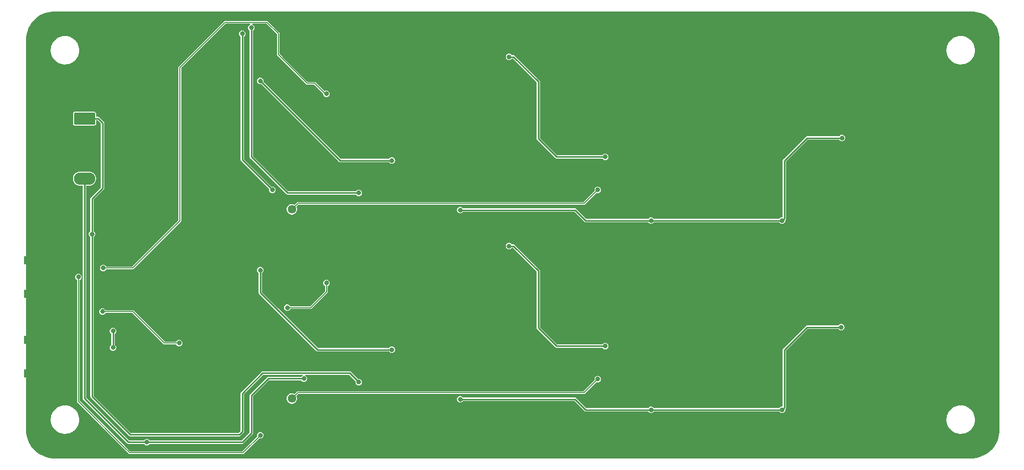
<source format=gbr>
%TF.GenerationSoftware,KiCad,Pcbnew,7.0.10-7.0.10~ubuntu22.04.1*%
%TF.CreationDate,2024-02-25T13:06:28-06:00*%
%TF.ProjectId,aom_driver,616f6d5f-6472-4697-9665-722e6b696361,v1*%
%TF.SameCoordinates,Original*%
%TF.FileFunction,Copper,L4,Bot*%
%TF.FilePolarity,Positive*%
%FSLAX46Y46*%
G04 Gerber Fmt 4.6, Leading zero omitted, Abs format (unit mm)*
G04 Created by KiCad (PCBNEW 7.0.10-7.0.10~ubuntu22.04.1) date 2024-02-25 13:06:28*
%MOMM*%
%LPD*%
G01*
G04 APERTURE LIST*
G04 Aperture macros list*
%AMRoundRect*
0 Rectangle with rounded corners*
0 $1 Rounding radius*
0 $2 $3 $4 $5 $6 $7 $8 $9 X,Y pos of 4 corners*
0 Add a 4 corners polygon primitive as box body*
4,1,4,$2,$3,$4,$5,$6,$7,$8,$9,$2,$3,0*
0 Add four circle primitives for the rounded corners*
1,1,$1+$1,$2,$3*
1,1,$1+$1,$4,$5*
1,1,$1+$1,$6,$7*
1,1,$1+$1,$8,$9*
0 Add four rect primitives between the rounded corners*
20,1,$1+$1,$2,$3,$4,$5,0*
20,1,$1+$1,$4,$5,$6,$7,0*
20,1,$1+$1,$6,$7,$8,$9,0*
20,1,$1+$1,$8,$9,$2,$3,0*%
G04 Aperture macros list end*
%TA.AperFunction,SMDPad,CuDef*%
%ADD10R,4.200000X1.350000*%
%TD*%
%TA.AperFunction,ComponentPad*%
%ADD11C,1.440000*%
%TD*%
%TA.AperFunction,ComponentPad*%
%ADD12C,1.016000*%
%TD*%
%TA.AperFunction,ComponentPad*%
%ADD13RoundRect,0.249999X-1.550001X0.790001X-1.550001X-0.790001X1.550001X-0.790001X1.550001X0.790001X0*%
%TD*%
%TA.AperFunction,ComponentPad*%
%ADD14O,3.600000X2.080000*%
%TD*%
%TA.AperFunction,ViaPad*%
%ADD15C,0.800000*%
%TD*%
%TA.AperFunction,Conductor*%
%ADD16C,0.254000*%
%TD*%
%TA.AperFunction,Conductor*%
%ADD17C,0.152400*%
%TD*%
G04 APERTURE END LIST*
D10*
%TO.P,J2,2,Ext*%
%TO.N,GND*%
X70939500Y-103982500D03*
X70939500Y-109632500D03*
%TD*%
D11*
%TO.P,RV1,1,1*%
%TO.N,Net-(U9-SET)*%
X114045500Y-127380500D03*
%TO.P,RV1,2,2*%
%TO.N,GND*%
X111505500Y-127380500D03*
%TO.P,RV1,3,3*%
X108965500Y-127380500D03*
%TD*%
D10*
%TO.P,J1,2,Ext*%
%TO.N,GND*%
X70939500Y-117444500D03*
X70939500Y-123094500D03*
%TD*%
D12*
%TO.P,X2,1,GND*%
%TO.N,GND*%
X196342500Y-83566500D03*
X196342500Y-75946500D03*
X194945500Y-84963500D03*
X194945500Y-82296500D03*
X194945500Y-77216500D03*
X194945500Y-74676500D03*
X194945500Y-72771500D03*
X193802500Y-81026500D03*
X193802500Y-78486500D03*
X193675500Y-83566500D03*
X193675500Y-74168500D03*
X192405500Y-84963500D03*
X192405500Y-72771500D03*
X191135500Y-83566500D03*
X191135500Y-74168500D03*
X190246500Y-78867500D03*
X189865500Y-82423500D03*
X189865500Y-72771500D03*
X188595500Y-74168500D03*
X187325500Y-82423500D03*
X187325500Y-72771500D03*
X186690500Y-79375500D03*
X186690500Y-76835500D03*
X186055500Y-74168500D03*
X185547500Y-83566500D03*
X185547500Y-80645500D03*
X185547500Y-75565500D03*
X184785500Y-84963500D03*
X184785500Y-72771500D03*
X184150500Y-81915500D03*
X184150500Y-74295500D03*
%TD*%
%TO.P,X1,1,GND*%
%TO.N,GND*%
X196342000Y-115570000D03*
X196342000Y-107950000D03*
X194945000Y-116967000D03*
X194945000Y-114300000D03*
X194945000Y-109220000D03*
X194945000Y-106680000D03*
X194945000Y-104775000D03*
X193802000Y-113030000D03*
X193802000Y-110490000D03*
X193675000Y-115570000D03*
X193675000Y-106172000D03*
X192405000Y-116967000D03*
X192405000Y-104775000D03*
X191135000Y-115570000D03*
X191135000Y-106172000D03*
X190246000Y-110871000D03*
X189865000Y-114427000D03*
X189865000Y-104775000D03*
X188595000Y-106172000D03*
X187325000Y-114427000D03*
X187325000Y-104775000D03*
X186690000Y-111379000D03*
X186690000Y-108839000D03*
X186055000Y-106172000D03*
X185547000Y-115570000D03*
X185547000Y-112649000D03*
X185547000Y-107569000D03*
X184785000Y-116967000D03*
X184785000Y-104775000D03*
X184150000Y-113919000D03*
X184150000Y-106299000D03*
%TD*%
D11*
%TO.P,RV2,1,1*%
%TO.N,Net-(U10-SET)*%
X114046000Y-95377000D03*
%TO.P,RV2,2,2*%
%TO.N,GND*%
X111506000Y-95377000D03*
%TO.P,RV2,3,3*%
X108966000Y-95377000D03*
%TD*%
D12*
%TO.P,FL2,1,GND*%
%TO.N,GND*%
X135636500Y-80899500D03*
X135636500Y-72009500D03*
X132461500Y-77724500D03*
X132461500Y-75184500D03*
X129921500Y-77724500D03*
X129921500Y-75184500D03*
X126746500Y-80899500D03*
X126746500Y-72009500D03*
%TD*%
%TO.P,FL1,1,GND*%
%TO.N,GND*%
X135636000Y-112903000D03*
X135636000Y-104013000D03*
X132461000Y-109728000D03*
X132461000Y-107188000D03*
X129921000Y-109728000D03*
X129921000Y-107188000D03*
X126746000Y-112903000D03*
X126746000Y-104013000D03*
%TD*%
D13*
%TO.P,J3,1,Pin_1*%
%TO.N,VDD*%
X78994500Y-80010500D03*
D14*
%TO.P,J3,2,Pin_2*%
%TO.N,GND*%
X78994500Y-85090500D03*
%TO.P,J3,3,Pin_3*%
%TO.N,VEE*%
X78994500Y-90170500D03*
%TD*%
D15*
%TO.N,VDD*%
X196889500Y-97282000D03*
X107188500Y-64643500D03*
X174752000Y-97282500D03*
X174751500Y-129286000D03*
X142493500Y-127507500D03*
X142494000Y-95504000D03*
X125348500Y-124586500D03*
X125349000Y-92583000D03*
X196889000Y-129285500D03*
X207010000Y-83312000D03*
X206883000Y-115315500D03*
X80264500Y-99568000D03*
%TO.N,GND*%
X98806500Y-91313500D03*
X171958000Y-130937000D03*
X98806500Y-77597500D03*
X195326000Y-86614000D03*
X201676000Y-131699000D03*
X101854500Y-101981500D03*
X213868500Y-131699500D03*
X157607500Y-73025500D03*
X141859500Y-83312500D03*
X172720500Y-99695500D03*
X100330500Y-95885500D03*
X214630500Y-71501500D03*
X120142000Y-132461000D03*
X140716500Y-67691500D03*
X213106500Y-118745500D03*
X100330500Y-82169500D03*
X107950500Y-100457500D03*
X141859000Y-115316000D03*
X157607500Y-80645500D03*
X101092500Y-105791500D03*
X120142500Y-68453500D03*
X184785000Y-102870000D03*
X147574000Y-130937000D03*
X141478500Y-68453500D03*
X108712500Y-99695500D03*
X177292000Y-131699000D03*
X91948500Y-121031500D03*
X162814000Y-130937000D03*
X162052500Y-99695500D03*
X102616500Y-93599500D03*
X187960500Y-67691500D03*
X139192500Y-67691500D03*
X207010500Y-68453500D03*
X155194000Y-130937000D03*
X191770500Y-100457500D03*
X135382500Y-66929500D03*
X139192500Y-99695500D03*
X103378500Y-89789500D03*
X101854500Y-82169500D03*
X99568500Y-98171500D03*
X152908000Y-131699000D03*
X184912500Y-99695500D03*
X107950500Y-68453500D03*
X133096500Y-99695500D03*
X197866000Y-130937000D03*
X112522500Y-66929500D03*
X149860500Y-99695500D03*
X191008000Y-131699000D03*
X213868500Y-127127500D03*
X101854500Y-88265500D03*
X145669000Y-101600000D03*
X126238500Y-98933500D03*
X138430500Y-66929500D03*
X141859000Y-112903000D03*
X139572500Y-129412500D03*
X101854500Y-114173500D03*
X182499000Y-102870000D03*
X156718500Y-100457500D03*
X98044500Y-101219500D03*
X214630500Y-68453500D03*
X213106500Y-86741500D03*
X214630500Y-114173500D03*
X181102500Y-66929500D03*
X99568500Y-108839500D03*
X102616500Y-105791500D03*
X197866500Y-66929500D03*
X97282500Y-101981500D03*
X106426000Y-132461000D03*
X182626000Y-132461000D03*
X102616500Y-116459500D03*
X100330500Y-111125500D03*
X109474000Y-130937000D03*
X126238500Y-68453500D03*
X194563000Y-121030000D03*
X92710500Y-121793500D03*
X214630500Y-132461500D03*
X95758500Y-114173500D03*
X115697000Y-110490000D03*
X129286000Y-132461000D03*
X213106500Y-66929500D03*
X170434500Y-66929500D03*
X212344500Y-131699500D03*
X168148500Y-99695500D03*
X123190500Y-98933500D03*
X101854500Y-100457500D03*
X213106500Y-80645500D03*
X144526500Y-100457500D03*
X179578500Y-100457500D03*
X177292500Y-67691500D03*
X182499500Y-75565500D03*
X103378500Y-92837500D03*
X98044500Y-114935500D03*
X168910000Y-130937000D03*
X97282500Y-121793500D03*
X213868500Y-96647500D03*
X106426500Y-100457500D03*
X97282500Y-117221500D03*
X118618500Y-66929500D03*
X194945500Y-70866500D03*
X187198000Y-132461000D03*
X91186500Y-121793500D03*
X121666500Y-66929500D03*
X98044500Y-116459500D03*
X101854500Y-103505500D03*
X205486000Y-132461000D03*
X111760000Y-131699000D03*
X203962000Y-130937000D03*
X183641500Y-125983500D03*
X101854500Y-89789500D03*
X184150000Y-130937000D03*
X161290500Y-100457500D03*
X115570000Y-132461000D03*
X100330500Y-97409500D03*
X213868500Y-108839500D03*
X198247500Y-77216500D03*
X209296500Y-67691500D03*
X210058500Y-98933500D03*
X214630500Y-85217500D03*
X154432000Y-131699000D03*
X101854500Y-105029500D03*
X152146000Y-132461000D03*
X109474500Y-100457500D03*
X153670500Y-66929500D03*
X99568500Y-96647500D03*
X103378500Y-121793500D03*
X98806500Y-88265500D03*
X149098500Y-98933500D03*
X136906500Y-68453500D03*
X203962500Y-98933500D03*
X89662500Y-114173500D03*
X179578500Y-66929500D03*
X124769500Y-115317500D03*
X114046500Y-98933500D03*
X178054500Y-68453500D03*
X198247000Y-106680000D03*
X96520500Y-104267500D03*
X110998000Y-132461000D03*
X155956000Y-131699000D03*
X164338500Y-68453500D03*
X120904500Y-99695500D03*
X210058500Y-100457500D03*
X213106500Y-68453500D03*
X130810500Y-98933500D03*
X158242500Y-66929500D03*
X196342000Y-132461000D03*
X104140500Y-67691500D03*
X189015500Y-127762000D03*
X149098500Y-66929500D03*
X183642000Y-93980000D03*
X103378500Y-100457500D03*
X128524000Y-131699000D03*
X143764500Y-67691500D03*
X176530500Y-68453500D03*
X161290000Y-132461000D03*
X102616500Y-87503500D03*
X106426500Y-66929500D03*
X174244500Y-67691500D03*
X213868500Y-102743500D03*
X137470000Y-121160000D03*
X214630500Y-115697500D03*
X207772000Y-131699000D03*
X213106500Y-77597500D03*
X131572500Y-67691500D03*
X89662500Y-120269500D03*
X152908500Y-67691500D03*
X168148000Y-131699000D03*
X99568500Y-79883500D03*
X127437500Y-82425500D03*
X118166000Y-89029000D03*
X191770500Y-98933500D03*
X92710500Y-114173500D03*
X181102000Y-130937000D03*
X210058500Y-68453500D03*
X141478500Y-100457500D03*
X115697500Y-78486500D03*
X213106500Y-127889500D03*
X97282500Y-120269500D03*
X99568500Y-89027500D03*
X101854500Y-80645500D03*
X102616500Y-131699500D03*
X185674500Y-98933500D03*
X187960500Y-99695500D03*
X126238000Y-132461000D03*
X168910500Y-98933500D03*
X214630500Y-77597500D03*
X186309000Y-118872000D03*
X98806500Y-89789500D03*
X123190500Y-100457500D03*
X155447500Y-120903500D03*
X118618500Y-98933500D03*
X197104500Y-70866500D03*
X186309500Y-86868500D03*
X136906000Y-132461000D03*
X213106500Y-123317500D03*
X161290500Y-66929500D03*
X178054500Y-66929500D03*
X167004500Y-126491500D03*
X127762500Y-98933500D03*
X127000500Y-99695500D03*
X145288500Y-99695500D03*
X117856000Y-131699000D03*
X214630500Y-86741500D03*
X108712500Y-67691500D03*
X99568500Y-110363500D03*
X103378500Y-83693500D03*
X100330500Y-92837500D03*
X95758500Y-109601500D03*
X205486500Y-68453500D03*
X95758500Y-118745500D03*
X137470000Y-110365000D03*
X213106500Y-98933500D03*
X159766500Y-66929500D03*
X90043500Y-118237500D03*
X164338500Y-66929500D03*
X95758500Y-120269500D03*
X175189500Y-90172500D03*
X175768500Y-67691500D03*
X144018000Y-93345000D03*
X124714000Y-132461000D03*
X147574500Y-100457500D03*
X182626500Y-68453500D03*
X117094500Y-98933500D03*
X102616500Y-111887500D03*
X213106500Y-69977500D03*
X171958000Y-132461000D03*
X133858500Y-100457500D03*
X207772500Y-67691500D03*
X103378500Y-97409500D03*
X213106500Y-100457500D03*
X175006500Y-100457500D03*
X192405500Y-70866500D03*
X214630500Y-95885500D03*
X99568500Y-116459500D03*
X102616500Y-92075500D03*
X210820000Y-131699000D03*
X195580500Y-99695500D03*
X213868500Y-92075500D03*
X139954500Y-100457500D03*
X213106500Y-115697500D03*
X101854500Y-77597500D03*
X137668000Y-131699000D03*
X92710500Y-120269500D03*
X175006000Y-132461000D03*
X208534500Y-100457500D03*
X165862500Y-98933500D03*
X131247500Y-70487500D03*
X127762500Y-100457500D03*
X104140500Y-131699500D03*
X100330500Y-89789500D03*
X134620500Y-99695500D03*
X104902500Y-66929500D03*
X86106000Y-109363000D03*
X103378500Y-115697500D03*
X114046500Y-66929500D03*
X187198500Y-68453500D03*
X155194500Y-68453500D03*
X101854500Y-112649500D03*
X184150000Y-132461000D03*
X103378500Y-101981500D03*
X159004500Y-67691500D03*
X162814500Y-98933500D03*
X197866500Y-68453500D03*
X122428500Y-67691500D03*
X110236000Y-131699000D03*
X113284000Y-131699000D03*
X123190000Y-132461000D03*
X100330500Y-100457500D03*
X213106500Y-79121500D03*
X167386500Y-68453500D03*
X166624500Y-99695500D03*
X99568500Y-121031500D03*
X191770000Y-132461000D03*
X160528500Y-99695500D03*
X94996000Y-111887000D03*
X197866000Y-132461000D03*
X124714500Y-66929500D03*
X88392000Y-129667000D03*
X98806500Y-105029500D03*
X159004500Y-99695500D03*
X213868500Y-111887500D03*
X196342500Y-68453500D03*
X213868500Y-93599500D03*
X213106500Y-114173500D03*
X103378500Y-105029500D03*
X206248500Y-99695500D03*
X139573000Y-97409000D03*
X98806500Y-83693500D03*
X213868500Y-95123500D03*
X117094500Y-100457500D03*
X91948500Y-114935500D03*
X139954500Y-66929500D03*
X107188500Y-99695500D03*
X144526500Y-98933500D03*
X81407500Y-124587500D03*
X170434500Y-100457500D03*
X182372000Y-117348000D03*
X155194500Y-98933500D03*
X207010000Y-117348000D03*
X95758500Y-108077500D03*
X183388500Y-99695500D03*
X186436500Y-99695500D03*
X101854500Y-118745500D03*
X190246000Y-130937000D03*
X101854500Y-97409500D03*
X109474500Y-66929500D03*
X182372500Y-85344500D03*
X116332500Y-67691500D03*
X103378500Y-118745500D03*
X207010000Y-132461000D03*
X202438500Y-98933500D03*
X100330500Y-117221500D03*
X147574500Y-98933500D03*
X111760500Y-99695500D03*
X213106500Y-121793500D03*
X184912500Y-67691500D03*
X103378500Y-88265500D03*
X149098500Y-68453500D03*
X102616500Y-130175500D03*
X90845000Y-99618000D03*
X99568500Y-95123500D03*
X120142500Y-98933500D03*
X126238500Y-100457500D03*
X129286500Y-68453500D03*
X104902500Y-68453500D03*
X115570500Y-100457500D03*
X101854500Y-109601500D03*
X193294500Y-100457500D03*
X146050500Y-98933500D03*
X175006500Y-66929500D03*
X100330500Y-86741500D03*
X140716000Y-131699000D03*
X212344500Y-99695500D03*
X112522000Y-130937000D03*
X142240500Y-99695500D03*
X117094500Y-68453500D03*
X111379000Y-81915000D03*
X187198500Y-66929500D03*
X213106500Y-108077500D03*
X155448000Y-88900000D03*
X103378500Y-123317500D03*
X105664500Y-99695500D03*
X200914500Y-98933500D03*
X93472500Y-113411500D03*
X143002500Y-98933500D03*
X193294500Y-68453500D03*
X205486500Y-98933500D03*
X184150500Y-66929500D03*
X166624500Y-67691500D03*
X101854500Y-106553500D03*
X98806500Y-97409500D03*
X90424500Y-121031500D03*
X207010000Y-85344000D03*
X117094500Y-66929500D03*
X173482500Y-98933500D03*
X98806500Y-85217500D03*
X165100500Y-99695500D03*
X98806500Y-101981500D03*
X213868500Y-114935500D03*
X156718000Y-130937000D03*
X123952500Y-67691500D03*
X103378500Y-117221500D03*
X161290500Y-68453500D03*
X186436500Y-67691500D03*
X214630500Y-109601500D03*
X98806500Y-115697500D03*
X214630500Y-127889500D03*
X211582500Y-68453500D03*
X198247000Y-104648000D03*
X138430500Y-100457500D03*
X192532500Y-67691500D03*
X214630500Y-91313500D03*
X117856500Y-67691500D03*
X203200000Y-131699000D03*
X98806500Y-118745500D03*
X114808500Y-99695500D03*
X96520500Y-113411500D03*
X99568500Y-73787500D03*
X101854500Y-85217500D03*
X182499500Y-73279500D03*
X115570500Y-68453500D03*
X141859500Y-74041500D03*
X141478500Y-66929500D03*
X164338500Y-100457500D03*
X205486500Y-100457500D03*
X210058500Y-66929500D03*
X123190500Y-66929500D03*
X192532500Y-99695500D03*
X185674500Y-100457500D03*
X118618500Y-68453500D03*
X175006500Y-98933500D03*
X159766500Y-98933500D03*
X99568500Y-87503500D03*
X110998000Y-130937000D03*
X180340000Y-131699000D03*
X155194000Y-132461000D03*
X99568500Y-90551500D03*
X125151000Y-110365000D03*
X101854500Y-126365500D03*
X213868500Y-110363500D03*
X213868500Y-81407500D03*
X110998500Y-100457500D03*
X157607000Y-107569000D03*
X141859000Y-106045000D03*
X128524500Y-67691500D03*
X148336500Y-69596500D03*
X100330500Y-103505500D03*
X102616500Y-102743500D03*
X94996500Y-113411500D03*
X213106500Y-129413500D03*
X99568500Y-114935500D03*
X118165500Y-121032500D03*
X96520500Y-107315500D03*
X168910500Y-68453500D03*
X155194500Y-66929500D03*
X99568500Y-101219500D03*
X187198500Y-100457500D03*
X169672500Y-67691500D03*
X137470500Y-89156500D03*
X213868500Y-113411500D03*
X131572500Y-99695500D03*
X156718500Y-98933500D03*
X202438500Y-68453500D03*
X133858500Y-68453500D03*
X181864500Y-99695500D03*
X141859000Y-110617000D03*
X213106500Y-109601500D03*
X98806500Y-114173500D03*
X95758500Y-105029500D03*
X103378500Y-86741500D03*
X132334500Y-68453500D03*
X153670500Y-68453500D03*
X148336500Y-67691500D03*
X195325500Y-118617500D03*
X129286000Y-130937000D03*
X101854500Y-129413500D03*
X167315500Y-76456500D03*
X199390500Y-66929500D03*
X101854500Y-132461500D03*
X213868500Y-116459500D03*
X207772500Y-99695500D03*
X120142000Y-130937000D03*
X106426000Y-130937000D03*
X122428000Y-131699000D03*
X139954000Y-132461000D03*
X154432500Y-99695500D03*
X204724500Y-99695500D03*
X213106500Y-106553500D03*
X139954500Y-68453500D03*
X142240000Y-131699000D03*
X126873000Y-84455000D03*
X141859500Y-80899500D03*
X124714000Y-130937000D03*
X172720500Y-67691500D03*
X184912000Y-131699000D03*
X191770500Y-66929500D03*
X116966500Y-104901500D03*
X101092000Y-107315000D03*
X94234500Y-118745500D03*
X127762000Y-130937000D03*
X99568500Y-84455500D03*
X214630500Y-101981500D03*
X190246000Y-132461000D03*
X103378500Y-112649500D03*
X146050500Y-66929500D03*
X167386000Y-130937000D03*
X119380000Y-131699000D03*
X101854500Y-92837500D03*
X161290500Y-98933500D03*
X212344500Y-67691500D03*
X162814500Y-66929500D03*
X214630500Y-121793500D03*
X213106500Y-126365500D03*
X197866500Y-100457500D03*
X102616500Y-78359500D03*
X145288500Y-67691500D03*
X116840000Y-107188000D03*
X110236500Y-67691500D03*
X102616500Y-82931500D03*
X214630500Y-76073500D03*
X136906500Y-98933500D03*
X182372000Y-113030000D03*
X214630500Y-106553500D03*
X214630500Y-105029500D03*
X103378500Y-132461500D03*
X121666500Y-98933500D03*
X107950500Y-66929500D03*
X183388000Y-131699000D03*
X176530000Y-132461000D03*
X112522500Y-98933500D03*
X143383500Y-85090500D03*
X167315500Y-82806500D03*
X175189000Y-122176000D03*
X102616500Y-76835500D03*
X96520500Y-108839500D03*
X98806500Y-106553500D03*
X164338500Y-98933500D03*
X102616500Y-99695500D03*
X200152500Y-99695500D03*
X200914500Y-100457500D03*
X103378500Y-106553500D03*
X165862000Y-130937000D03*
X170434500Y-68453500D03*
X103378500Y-69977500D03*
X103378500Y-71501500D03*
X103378500Y-73025500D03*
X175768500Y-99695500D03*
X210820500Y-99695500D03*
X157607000Y-115062000D03*
X174244500Y-99695500D03*
X154432500Y-67691500D03*
X123952000Y-131699000D03*
X100330500Y-98933500D03*
X179578000Y-132461000D03*
X202438000Y-130937000D03*
X95758500Y-115697500D03*
X200914500Y-68453500D03*
X183515000Y-118872000D03*
X97282500Y-106553500D03*
X157480500Y-99695500D03*
X148336500Y-99695500D03*
X190246500Y-98933500D03*
X170434000Y-132461000D03*
X102616500Y-124079500D03*
X99568500Y-111887500D03*
X95758500Y-106553500D03*
X193294000Y-130937000D03*
X213868500Y-67691500D03*
X213106500Y-124841500D03*
X140716500Y-99695500D03*
X102616500Y-121031500D03*
X213868500Y-125603500D03*
X91186500Y-114173500D03*
X213106500Y-132461500D03*
X130048500Y-99695500D03*
X203200500Y-67691500D03*
X173482500Y-68453500D03*
X124714500Y-68453500D03*
X136144500Y-67691500D03*
X131247000Y-102491000D03*
X194818000Y-130937000D03*
X214630500Y-129413500D03*
X213106500Y-71501500D03*
X208534500Y-66929500D03*
X165862500Y-66929500D03*
X98806500Y-98933500D03*
X149098500Y-100457500D03*
X209296500Y-99695500D03*
X125024000Y-106428000D03*
X183515500Y-86868500D03*
X95758500Y-112649500D03*
X213868500Y-84455500D03*
X138430000Y-130937000D03*
X189484500Y-67691500D03*
X98806500Y-92837500D03*
X131572000Y-131699000D03*
X135382500Y-68453500D03*
X210241000Y-108206000D03*
X177292500Y-99695500D03*
X120142500Y-100457500D03*
X207010500Y-100457500D03*
X157607500Y-75565500D03*
X182499500Y-70866500D03*
X213106500Y-74549500D03*
X100330500Y-76073500D03*
X213106500Y-95885500D03*
X214630500Y-124841500D03*
X147574500Y-66929500D03*
X181102500Y-98933500D03*
X91186500Y-112649500D03*
X189865000Y-102870000D03*
X103378500Y-120269500D03*
X213106500Y-105029500D03*
X196342000Y-130937000D03*
X165100000Y-131699000D03*
X139954500Y-98933500D03*
X213106500Y-92837500D03*
X101854500Y-120269500D03*
X143383000Y-117094000D03*
X109474000Y-132461000D03*
X177094500Y-75567500D03*
X199390500Y-100457500D03*
X99568500Y-113411500D03*
X130048000Y-131699000D03*
X101854500Y-111125500D03*
X101854500Y-69977500D03*
X188722000Y-132461000D03*
X170434000Y-130937000D03*
X107950500Y-98933500D03*
X95758500Y-103505500D03*
X101854500Y-95885500D03*
X171196500Y-67691500D03*
X106426500Y-98933500D03*
X133096500Y-67691500D03*
X135382000Y-130937000D03*
X199390000Y-132461000D03*
X214630500Y-69977500D03*
X199390000Y-130937000D03*
X182626000Y-130937000D03*
X133096000Y-131699000D03*
X187960000Y-131699000D03*
X201676500Y-67691500D03*
X106426500Y-68453500D03*
X150622500Y-98933500D03*
X163576500Y-99695500D03*
X171196500Y-99695500D03*
X175570000Y-107571000D03*
X137668500Y-67691500D03*
X100330500Y-105029500D03*
X156718000Y-132461000D03*
X102616500Y-84455500D03*
X152146500Y-98933500D03*
X185674500Y-66929500D03*
X98806500Y-95885500D03*
X103378500Y-85217500D03*
X101854500Y-130937500D03*
X201676500Y-99695500D03*
X102616500Y-122555500D03*
X102616500Y-95123500D03*
X114173500Y-77470500D03*
X103378500Y-66929500D03*
X167386500Y-66929500D03*
X99568500Y-82931500D03*
X199390500Y-68453500D03*
X102616500Y-101219500D03*
X103378500Y-77597500D03*
X173482000Y-132461000D03*
X136906000Y-130937000D03*
X122301000Y-80264000D03*
X99568500Y-92075500D03*
X165862500Y-100457500D03*
X114046500Y-100457500D03*
X194818500Y-68453500D03*
X165100500Y-67691500D03*
X103378500Y-109601500D03*
X136906500Y-66929500D03*
X98044500Y-117983500D03*
X125095000Y-80137000D03*
X205486000Y-130937000D03*
X188722500Y-98933500D03*
X213106500Y-88265500D03*
X196342500Y-100457500D03*
X180340500Y-99695500D03*
X100330500Y-121793500D03*
X213106500Y-103505500D03*
X207010000Y-130937000D03*
X98044500Y-121031500D03*
X178816500Y-99695500D03*
X171958500Y-68453500D03*
X142240500Y-67691500D03*
X173482000Y-130937000D03*
X116332000Y-131699000D03*
X99568500Y-117983500D03*
X129286500Y-66929500D03*
X143764000Y-131699000D03*
X214630500Y-120269500D03*
X103378500Y-68453500D03*
X179578500Y-98933500D03*
X192532000Y-131699000D03*
X181864000Y-131699000D03*
X185674500Y-68453500D03*
X94996500Y-121031500D03*
X213868500Y-130175500D03*
X151384500Y-67691500D03*
X213106500Y-91313500D03*
X120142500Y-66929500D03*
X96520500Y-116459500D03*
X189865500Y-70866500D03*
X155194500Y-100457500D03*
X213106500Y-85217500D03*
X213868500Y-90551500D03*
X169672000Y-131699000D03*
X94234500Y-120269500D03*
X157480000Y-131699000D03*
X121666000Y-132461000D03*
X200914000Y-132461000D03*
X207010500Y-66929500D03*
X135311500Y-82552500D03*
X167386500Y-100457500D03*
X213106500Y-82169500D03*
X178054000Y-132461000D03*
X99568500Y-99695500D03*
X202438500Y-66929500D03*
X153670000Y-132461000D03*
X179578000Y-130937000D03*
X138430500Y-98933500D03*
X163576000Y-114935000D03*
X121666500Y-100457500D03*
X136144000Y-131699000D03*
X143002000Y-132461000D03*
X214630500Y-108077500D03*
X162052000Y-131699000D03*
X163575500Y-123824500D03*
X149860000Y-131699000D03*
X110998500Y-66929500D03*
X101854500Y-127889500D03*
X188722500Y-68453500D03*
X133858500Y-66929500D03*
X214630500Y-117221500D03*
X102616500Y-125603500D03*
X95758500Y-117221500D03*
X208534500Y-98933500D03*
X210820500Y-67691500D03*
X214630500Y-103505500D03*
X150622500Y-68453500D03*
X104902500Y-130937500D03*
X100330500Y-73025500D03*
X184150500Y-68453500D03*
X146812500Y-99695500D03*
X99568500Y-78359500D03*
X167315000Y-108460000D03*
X145288000Y-131699000D03*
X213868500Y-98171500D03*
X96520500Y-111887500D03*
X103378500Y-79121500D03*
X156718500Y-66929500D03*
X153289000Y-101600000D03*
X213868500Y-73787500D03*
X177094000Y-107571000D03*
X116840500Y-75184500D03*
X90424500Y-114935500D03*
X97282500Y-105029500D03*
X98044500Y-99695500D03*
X203962500Y-68453500D03*
X214630500Y-112649500D03*
X168910000Y-132461000D03*
X127762500Y-68453500D03*
X102616500Y-67691500D03*
X207010500Y-98933500D03*
X191770500Y-68453500D03*
X103378500Y-108077500D03*
X97282500Y-111125500D03*
X101854500Y-79121500D03*
X203962500Y-66929500D03*
X133858000Y-132461000D03*
X147574000Y-132461000D03*
X102616500Y-73787500D03*
X193294500Y-98933500D03*
X185674000Y-132461000D03*
X175570500Y-75567500D03*
X150622500Y-100457500D03*
X114046500Y-68453500D03*
X157480500Y-67691500D03*
X195580000Y-131699000D03*
X113284500Y-67691500D03*
X127000500Y-67691500D03*
X97282500Y-103505500D03*
X112522500Y-100457500D03*
X101854500Y-86741500D03*
X137216000Y-106428000D03*
X101854500Y-66929500D03*
X204724000Y-131699000D03*
X148336000Y-131699000D03*
X99568500Y-105791500D03*
X213868500Y-104267500D03*
X178816500Y-67691500D03*
X182499000Y-107569000D03*
X107950000Y-132461000D03*
X152583500Y-85092500D03*
X101854500Y-91313500D03*
X132334500Y-98933500D03*
X102616500Y-108839500D03*
X109474500Y-68453500D03*
X183388500Y-67691500D03*
X175768000Y-131699000D03*
X214630500Y-74549500D03*
X192531500Y-118617500D03*
X101854500Y-83693500D03*
X112522500Y-68453500D03*
X213868500Y-69215500D03*
X162814500Y-68453500D03*
X102616500Y-128651500D03*
X159004000Y-131699000D03*
X198247500Y-82550000D03*
X126238000Y-130937000D03*
X197104000Y-102870000D03*
X125983500Y-116331500D03*
X102616500Y-113411500D03*
X166624000Y-131699000D03*
X213868500Y-101219500D03*
X92710500Y-117221500D03*
X99568500Y-93599500D03*
X208534000Y-130937000D03*
X204724500Y-67691500D03*
X182372000Y-115189000D03*
X179578500Y-68453500D03*
X130810500Y-66929500D03*
X213868500Y-107315500D03*
X211582500Y-98933500D03*
X213106500Y-83693500D03*
X98806500Y-109601500D03*
X181864500Y-67691500D03*
X122428500Y-99695500D03*
X167005000Y-94488000D03*
X95758500Y-121793500D03*
X86614500Y-116459500D03*
X180340500Y-67691500D03*
X96520500Y-105791500D03*
X134620500Y-67691500D03*
X101092500Y-119507500D03*
X208534000Y-132461000D03*
X98806500Y-121793500D03*
X103378500Y-91313500D03*
X111378500Y-113918500D03*
X98806500Y-111125500D03*
X129286500Y-98933500D03*
X98044000Y-131826000D03*
X141478000Y-132461000D03*
X119761000Y-106680000D03*
X144526000Y-132461000D03*
X145669500Y-69596500D03*
X184785500Y-70866500D03*
X146050500Y-100457500D03*
X96520500Y-102743500D03*
X191770000Y-130937000D03*
X130048500Y-67691500D03*
X136144500Y-99695500D03*
X213868500Y-85979500D03*
X132334500Y-100457500D03*
X213106500Y-97409500D03*
X213868500Y-70739500D03*
X162814000Y-132461000D03*
X100330500Y-120269500D03*
X130810500Y-68453500D03*
X203708000Y-77470000D03*
X149098000Y-132461000D03*
X194818500Y-100457500D03*
X144526500Y-66929500D03*
X144017500Y-125348500D03*
X153670500Y-100457500D03*
X146812500Y-67691500D03*
X95758500Y-101981500D03*
X184150500Y-100457500D03*
X103378500Y-114173500D03*
X101854500Y-68453500D03*
X196342500Y-66929500D03*
X152146500Y-100457500D03*
X100330500Y-83693500D03*
X104902500Y-132461500D03*
X165862500Y-68453500D03*
X214630500Y-82169500D03*
X213868500Y-76835500D03*
X116840000Y-108458000D03*
X187325000Y-102870000D03*
X103378500Y-127889500D03*
X165862000Y-132461000D03*
X91186000Y-91313000D03*
X101854500Y-124841500D03*
X153289500Y-69596500D03*
X123190500Y-68453500D03*
X103378500Y-74549500D03*
X203962000Y-132461000D03*
X213106500Y-117221500D03*
X143002000Y-130937000D03*
X118618000Y-132461000D03*
X121666500Y-68453500D03*
X133858500Y-98933500D03*
X194056500Y-99695500D03*
X214630500Y-88265500D03*
X159766000Y-132461000D03*
X125222000Y-73533000D03*
X188722500Y-100457500D03*
X101854500Y-71501500D03*
X98806500Y-112649500D03*
X161290000Y-130937000D03*
X114808500Y-67691500D03*
X164338000Y-130937000D03*
X198247000Y-114553500D03*
X213106500Y-89789500D03*
X175006500Y-68453500D03*
X96520500Y-110363500D03*
X213868500Y-119507500D03*
X102616500Y-72263500D03*
X162052500Y-67691500D03*
X89154000Y-77724000D03*
X213106500Y-120269500D03*
X181102500Y-100457500D03*
X164338000Y-132461000D03*
X102616500Y-90551500D03*
X139192000Y-131699000D03*
X213106500Y-112649500D03*
X198247500Y-74676500D03*
X145979500Y-85092500D03*
X200914500Y-66929500D03*
X213868500Y-105791500D03*
X195580500Y-67691500D03*
X141478000Y-130937000D03*
X137470500Y-78361500D03*
X197104500Y-67691500D03*
X130810500Y-100457500D03*
X210241500Y-76202500D03*
X96520500Y-117983500D03*
X163576000Y-91821000D03*
X211582500Y-100457500D03*
X128524500Y-99695500D03*
X170434500Y-98933500D03*
X99568500Y-81407500D03*
X127762500Y-66929500D03*
X152908500Y-99695500D03*
X103378500Y-111125500D03*
X144526500Y-68453500D03*
X102616500Y-117983500D03*
X144526000Y-130937000D03*
X139954000Y-130937000D03*
X196342500Y-98933500D03*
X102616500Y-85979500D03*
X199390500Y-98933500D03*
X90043500Y-116967500D03*
X146050000Y-132461000D03*
X214630500Y-100457500D03*
X115570500Y-98933500D03*
X98806500Y-94361500D03*
X213868500Y-89027500D03*
X214630500Y-94361500D03*
X143002500Y-68453500D03*
X98806500Y-76073500D03*
X110998500Y-98933500D03*
X102616500Y-96647500D03*
X211582000Y-130937000D03*
X194818500Y-66929500D03*
X126238500Y-66929500D03*
X86614500Y-118110500D03*
X102616500Y-69215500D03*
X149098000Y-130937000D03*
X187198000Y-130937000D03*
X213868500Y-82931500D03*
X189016000Y-95758500D03*
X213868500Y-87503500D03*
X154940000Y-117094000D03*
X102616500Y-104267500D03*
X119380500Y-67691500D03*
X96520500Y-101219500D03*
X214630500Y-118745500D03*
X213868500Y-117983500D03*
X129286500Y-100457500D03*
X100330500Y-91313500D03*
X103378500Y-124841500D03*
X130810000Y-130937000D03*
X103378500Y-130937500D03*
X110236500Y-99695500D03*
X102616500Y-81407500D03*
X175006000Y-130937000D03*
X132334000Y-130937000D03*
X213868500Y-75311500D03*
X198247500Y-72644500D03*
X92710500Y-112649500D03*
X94234500Y-121793500D03*
X138430000Y-132461000D03*
X188722000Y-130937000D03*
X176530000Y-130937000D03*
X152146500Y-66929500D03*
X171958500Y-98933500D03*
X214630500Y-98933500D03*
X152146500Y-68453500D03*
X192532000Y-86614000D03*
X91948500Y-113411500D03*
X178054500Y-98933500D03*
X214630500Y-89789500D03*
X103378500Y-129413500D03*
X97282500Y-109601500D03*
X127762000Y-132461000D03*
X214630500Y-66929500D03*
X101092500Y-73787500D03*
X213106500Y-76073500D03*
X197104500Y-99695500D03*
X119380500Y-99695500D03*
X162814500Y-100457500D03*
X135311000Y-114556000D03*
X98806500Y-82169500D03*
X112014000Y-70866000D03*
X109474500Y-98933500D03*
X178054000Y-130937000D03*
X194056000Y-131699000D03*
X193294000Y-132461000D03*
X182626500Y-100457500D03*
X101854500Y-123317500D03*
X184150500Y-98933500D03*
X151384000Y-131699000D03*
X102616500Y-127127500D03*
X160528500Y-67691500D03*
X104902500Y-98933500D03*
X90424500Y-113411500D03*
X118491000Y-73406000D03*
X203707500Y-109473500D03*
X193294500Y-66929500D03*
X91186500Y-120269500D03*
X176530500Y-100457500D03*
X103378500Y-80645500D03*
X100330500Y-114173500D03*
X191008500Y-99695500D03*
X138430500Y-68453500D03*
X114173000Y-109474000D03*
X209296000Y-131699000D03*
X100330500Y-112649500D03*
X97282500Y-100457500D03*
X98806500Y-74549500D03*
X214630500Y-97409500D03*
X103378500Y-98933500D03*
X156718500Y-68453500D03*
X167315000Y-114810000D03*
X101092500Y-104267500D03*
X134620000Y-131699000D03*
X101854500Y-117221500D03*
X214630500Y-92837500D03*
X206248000Y-131699000D03*
X159766500Y-68453500D03*
X182626500Y-66929500D03*
X198628500Y-67691500D03*
X211582000Y-132461000D03*
X103378500Y-76073500D03*
X114046000Y-132461000D03*
X146812000Y-131699000D03*
X121285000Y-106553000D03*
X145979000Y-117096000D03*
X200152500Y-67691500D03*
X94234500Y-115697500D03*
X152146000Y-130937000D03*
X116332500Y-99695500D03*
X121666000Y-130937000D03*
X102616500Y-110363500D03*
X132334000Y-132461000D03*
X102616500Y-98171500D03*
X100330500Y-74549500D03*
X124714500Y-100457500D03*
X98044500Y-102743500D03*
X213868500Y-128651500D03*
X125476500Y-99695500D03*
X198628500Y-99695500D03*
X100330500Y-80645500D03*
X101092500Y-75311500D03*
X97282500Y-108077500D03*
X168910500Y-66929500D03*
X98806500Y-86741500D03*
X172720000Y-131699000D03*
X213868500Y-78359500D03*
X213868500Y-122555500D03*
X190246500Y-100457500D03*
X176530500Y-66929500D03*
X99568500Y-104267500D03*
X117094000Y-132461000D03*
X152583000Y-117096000D03*
X118618500Y-100457500D03*
X123952500Y-99695500D03*
X214630500Y-130937500D03*
X101092500Y-121031500D03*
X176530500Y-98933500D03*
X94234500Y-117221500D03*
X182372500Y-83185500D03*
X189484000Y-131699000D03*
X154940500Y-85090500D03*
X120904500Y-67691500D03*
X214630500Y-83693500D03*
X191008500Y-67691500D03*
X171196000Y-131699000D03*
X89662500Y-112649500D03*
X205486500Y-66929500D03*
X163576000Y-131699000D03*
X94234500Y-114173500D03*
X98806500Y-108077500D03*
X178054500Y-100457500D03*
X158242000Y-132461000D03*
X149860500Y-67691500D03*
X124714500Y-98933500D03*
X99568500Y-75311500D03*
X167386500Y-98933500D03*
X160528000Y-131699000D03*
X97282500Y-115697500D03*
X203962500Y-100457500D03*
X137216500Y-74424500D03*
X158242000Y-130937000D03*
X99568500Y-107315500D03*
X112013500Y-102869500D03*
X102616500Y-70739500D03*
X158242500Y-100457500D03*
X200914000Y-130937000D03*
X210058000Y-130937000D03*
X103378500Y-103505500D03*
X127000000Y-131699000D03*
X103378500Y-82169500D03*
X202438500Y-100457500D03*
X100330500Y-79121500D03*
X194818500Y-98933500D03*
X192405000Y-102870000D03*
X103378500Y-95885500D03*
X190246500Y-66929500D03*
X173482500Y-100457500D03*
X101092500Y-102743500D03*
X182499000Y-105283000D03*
X198247500Y-84582500D03*
X102616500Y-79883500D03*
X151384500Y-99695500D03*
X174244000Y-131699000D03*
X213106500Y-111125500D03*
X167386000Y-132461000D03*
X123317000Y-81788000D03*
X187198500Y-98933500D03*
X100330500Y-109601500D03*
X150622500Y-66929500D03*
X103378500Y-94361500D03*
X158242500Y-68453500D03*
X98806500Y-120269500D03*
X163576500Y-82931500D03*
X188722500Y-66929500D03*
X213868500Y-99695500D03*
X133858000Y-130937000D03*
X213868500Y-72263500D03*
X115570500Y-66929500D03*
X101854500Y-74549500D03*
X194056500Y-67691500D03*
X100330500Y-88265500D03*
X148336000Y-101600000D03*
X113284500Y-99695500D03*
X214630500Y-123317500D03*
X104140500Y-99695500D03*
X94996500Y-116459500D03*
X125476500Y-67691500D03*
X141859500Y-78613500D03*
X101854500Y-94361500D03*
X118618000Y-130937000D03*
X143002500Y-100457500D03*
X93472500Y-116459500D03*
X98806500Y-79121500D03*
X137668500Y-99695500D03*
X102616500Y-114935500D03*
X150622000Y-132461000D03*
X213106500Y-130937500D03*
X214630500Y-80645500D03*
X93472500Y-121031500D03*
X100330500Y-77597500D03*
X187325500Y-70866500D03*
X95758500Y-111125500D03*
X141478500Y-98933500D03*
X116840500Y-76454500D03*
X157607000Y-112649000D03*
X159766500Y-100457500D03*
X213868500Y-124079500D03*
X214630500Y-79121500D03*
X146050500Y-68453500D03*
X98806500Y-100457500D03*
X194563500Y-89026500D03*
X147574500Y-68453500D03*
X181102000Y-132461000D03*
X171958500Y-100457500D03*
X182626500Y-98933500D03*
X214630500Y-73025500D03*
X102616500Y-119507500D03*
X104902500Y-100457500D03*
X186436000Y-131699000D03*
X178816000Y-131699000D03*
X198247000Y-109220000D03*
X103378500Y-126365500D03*
X112522000Y-132461000D03*
X197104000Y-131699000D03*
X127437000Y-114429000D03*
X153670000Y-130937000D03*
X97282500Y-118745500D03*
X123190000Y-130937000D03*
X146050000Y-130937000D03*
X208534500Y-68453500D03*
X132334500Y-66929500D03*
X97282500Y-112649500D03*
X114808000Y-131699000D03*
X182372500Y-81026500D03*
X110998500Y-68453500D03*
X125476000Y-131699000D03*
X213868500Y-121031500D03*
X100330500Y-94361500D03*
X203200500Y-99695500D03*
X100330500Y-115697500D03*
X114046000Y-130937000D03*
X169672500Y-99695500D03*
X117094000Y-130937000D03*
X159766000Y-130937000D03*
X143764500Y-99695500D03*
X171958500Y-66929500D03*
X198628000Y-131699000D03*
X157607500Y-83058500D03*
X185674000Y-130937000D03*
X99568500Y-85979500D03*
X173482500Y-66929500D03*
X190246500Y-68453500D03*
X98806500Y-80645500D03*
X181102500Y-68453500D03*
X213106500Y-73025500D03*
X100330500Y-85217500D03*
X101854500Y-98933500D03*
X135382500Y-98933500D03*
X100330500Y-108077500D03*
X136906500Y-100457500D03*
X163576500Y-67691500D03*
X200152000Y-131699000D03*
X189484500Y-99695500D03*
X115570000Y-130937000D03*
X211582500Y-66929500D03*
X198247000Y-116586000D03*
X101854500Y-73025500D03*
X101854500Y-115697500D03*
X213106500Y-94361500D03*
X213868500Y-79883500D03*
X158242500Y-98933500D03*
X155956500Y-99695500D03*
X194945000Y-102870000D03*
X143002500Y-66929500D03*
X168910500Y-100457500D03*
X155956500Y-67691500D03*
X89662500Y-121793500D03*
X117856500Y-99695500D03*
X214630500Y-126365500D03*
X100330500Y-106553500D03*
X130810000Y-132461000D03*
X107950000Y-130937000D03*
X213106500Y-101981500D03*
X150622000Y-130937000D03*
X99568500Y-76835500D03*
X153670500Y-98933500D03*
X101854500Y-121793500D03*
X194818000Y-132461000D03*
X210058000Y-132461000D03*
X135382500Y-100457500D03*
X98806500Y-117221500D03*
X120904000Y-131699000D03*
X168148500Y-67691500D03*
X197866500Y-98933500D03*
X214630500Y-111125500D03*
X157607000Y-105029000D03*
X94234500Y-112649500D03*
X202438000Y-132461000D03*
X102616500Y-89027500D03*
X135382000Y-132461000D03*
X96520500Y-121031500D03*
X206248500Y-67691500D03*
%TO.N,VEE*%
X105664500Y-65659500D03*
X110744000Y-92075000D03*
X89535000Y-134747000D03*
X116078000Y-123996400D03*
%TO.N,/+5V_SW*%
X83820500Y-115951500D03*
X83820500Y-118745500D03*
%TO.N,Net-(J2-In)*%
X108712000Y-133604000D03*
X77978500Y-106807500D03*
X113284000Y-112014000D03*
X82042500Y-112649500D03*
X119888000Y-107823000D03*
X82169000Y-105283500D03*
X119888500Y-75819500D03*
X94996500Y-117983500D03*
%TO.N,/+5V_CH2*%
X130937000Y-87122000D03*
X108712000Y-73660000D03*
%TO.N,/+5V_CH1*%
X130936500Y-119125500D03*
X108711500Y-105663500D03*
%TO.N,/VVA_TUNE_CH2*%
X167005000Y-86487000D03*
X150750500Y-69596500D03*
%TO.N,/VVA_TUNE_CH1*%
X150750000Y-101600000D03*
X167004500Y-118490500D03*
%TO.N,Net-(U9-SET)*%
X165734500Y-124078500D03*
%TO.N,Net-(U10-SET)*%
X165735000Y-92075000D03*
%TD*%
D16*
%TO.N,VDD*%
X163703000Y-129286000D02*
X161924500Y-127507500D01*
X105664000Y-132969000D02*
X105664000Y-126492000D01*
X196888500Y-129286000D02*
X196889000Y-129285500D01*
X80264500Y-127000500D02*
X86741500Y-133477500D01*
X123825000Y-123063000D02*
X125348500Y-124586500D01*
X201099500Y-115315500D02*
X197287000Y-119128000D01*
X174752000Y-97282500D02*
X196889000Y-97282500D01*
X109093000Y-123063000D02*
X123825000Y-123063000D01*
X107188500Y-64643500D02*
X107188500Y-86487500D01*
X207010000Y-83312000D02*
X201100000Y-83312000D01*
X197287500Y-96884000D02*
X196889500Y-97282000D01*
X206883000Y-115315500D02*
X201099500Y-115315500D01*
X105155500Y-133477500D02*
X105664000Y-132969000D01*
X82042500Y-80772500D02*
X82042500Y-91821500D01*
X197287000Y-128887500D02*
X196889000Y-129285500D01*
X82042500Y-91821500D02*
X80264500Y-93599500D01*
X80264500Y-93599500D02*
X80264500Y-99568000D01*
X78994500Y-80010500D02*
X81280500Y-80010500D01*
X86741500Y-133477500D02*
X105155500Y-133477500D01*
X197287000Y-119128000D02*
X197287000Y-128887500D01*
X163703500Y-97282500D02*
X161925000Y-95504000D01*
X161924500Y-127507500D02*
X142493500Y-127507500D01*
X161925000Y-95504000D02*
X142494000Y-95504000D01*
X197287500Y-87124500D02*
X197287500Y-96884000D01*
X174751500Y-129286000D02*
X196888500Y-129286000D01*
X80264500Y-99568000D02*
X80264500Y-127000500D01*
X174752000Y-97282500D02*
X163703500Y-97282500D01*
X105664000Y-126492000D02*
X109093000Y-123063000D01*
X113284000Y-92583000D02*
X125349000Y-92583000D01*
X196889000Y-97282500D02*
X196889500Y-97282000D01*
X81280500Y-80010500D02*
X82042500Y-80772500D01*
X107188500Y-86487500D02*
X113284000Y-92583000D01*
X201100000Y-83312000D02*
X197287500Y-87124500D01*
X174751500Y-129286000D02*
X163703000Y-129286000D01*
%TO.N,VEE*%
X110064600Y-123996400D02*
X116078000Y-123996400D01*
X105664000Y-134747000D02*
X107188000Y-133223000D01*
X105664500Y-86995000D02*
X105664500Y-65659500D01*
X86106500Y-134493500D02*
X86360000Y-134747000D01*
X110744000Y-92075000D02*
X110744000Y-92074500D01*
X110744000Y-92074500D02*
X105664500Y-86995000D01*
X86106500Y-134493500D02*
X78994500Y-127381500D01*
X78994500Y-127381500D02*
X78994500Y-90170500D01*
X86360000Y-134747000D02*
X89535000Y-134747000D01*
X107188000Y-133223000D02*
X107188000Y-126873000D01*
X89535000Y-134747000D02*
X105664000Y-134747000D01*
X107188000Y-126873000D02*
X110064600Y-123996400D01*
%TO.N,/+5V_SW*%
X83820500Y-118745500D02*
X83820500Y-115951500D01*
D17*
%TO.N,Net-(J2-In)*%
X86614000Y-136525000D02*
X92837000Y-136525000D01*
X85725000Y-135636000D02*
X86614000Y-136525000D01*
X105791000Y-136525000D02*
X108712000Y-133604000D01*
X77978500Y-127889500D02*
X77978500Y-106807500D01*
X82169000Y-105283500D02*
X87121500Y-105283500D01*
X117221000Y-112014000D02*
X113284000Y-112014000D01*
X116586500Y-74041500D02*
X117856500Y-74041500D01*
X92837000Y-136525000D02*
X105664000Y-136525000D01*
X95123500Y-97281500D02*
X95123500Y-71374500D01*
X95123500Y-71374500D02*
X102743500Y-63754500D01*
X117856500Y-74041500D02*
X119634500Y-75819500D01*
X119888000Y-107823000D02*
X119888000Y-109347000D01*
X119888000Y-109347000D02*
X117729000Y-111506000D01*
X109855500Y-63754500D02*
X111760500Y-65659500D01*
X102743500Y-63754500D02*
X109855500Y-63754500D01*
X117729000Y-111506000D02*
X117221000Y-112014000D01*
X92456500Y-117983500D02*
X87122500Y-112649500D01*
X111760500Y-65659500D02*
X111760500Y-69215500D01*
X85725000Y-135636000D02*
X77978500Y-127889500D01*
X87122500Y-112649500D02*
X82042500Y-112649500D01*
X119634500Y-75819500D02*
X119888500Y-75819500D01*
X87121500Y-105283500D02*
X95123500Y-97281500D01*
X111760500Y-69215500D02*
X116586500Y-74041500D01*
X105664000Y-136525000D02*
X105791000Y-136525000D01*
X94996500Y-117983500D02*
X92456500Y-117983500D01*
D16*
%TO.N,/+5V_CH2*%
X108712000Y-73660000D02*
X122174000Y-87122000D01*
X122174000Y-87122000D02*
X130937000Y-87122000D01*
%TO.N,/+5V_CH1*%
X108711500Y-105663500D02*
X108711500Y-109473500D01*
X108711500Y-109473500D02*
X118363500Y-119125500D01*
X118363500Y-119125500D02*
X130936500Y-119125500D01*
%TO.N,/VVA_TUNE_CH2*%
X151511500Y-69596500D02*
X150750500Y-69596500D01*
X155702500Y-83439500D02*
X155702500Y-73787500D01*
X167005000Y-86487000D02*
X158750000Y-86487000D01*
X150749500Y-69597500D02*
X150750500Y-69596500D01*
X158750000Y-86487000D02*
X155702500Y-83439500D01*
X155702500Y-73787500D02*
X151511500Y-69596500D01*
%TO.N,/VVA_TUNE_CH1*%
X155702000Y-115443000D02*
X155702000Y-105791000D01*
X167004500Y-118490500D02*
X158749500Y-118490500D01*
X158749500Y-118490500D02*
X155702000Y-115443000D01*
X155702000Y-105791000D02*
X151511000Y-101600000D01*
X150749000Y-101601000D02*
X150750000Y-101600000D01*
X151511000Y-101600000D02*
X150750000Y-101600000D01*
D17*
%TO.N,Net-(U9-SET)*%
X163448500Y-126364500D02*
X115061500Y-126364500D01*
X115061500Y-126364500D02*
X114045500Y-127380500D01*
X165734500Y-124078500D02*
X163448500Y-126364500D01*
%TO.N,Net-(U10-SET)*%
X165735000Y-92075000D02*
X163449000Y-94361000D01*
X163449000Y-94361000D02*
X115062000Y-94361000D01*
X115062000Y-94361000D02*
X114046000Y-95377000D01*
%TD*%
%TA.AperFunction,Conductor*%
%TO.N,GND*%
G36*
X228856149Y-61896072D02*
G01*
X229267779Y-61914043D01*
X229274299Y-61914613D01*
X229681223Y-61968186D01*
X229687649Y-61969320D01*
X230088326Y-62058148D01*
X230094646Y-62059842D01*
X230486054Y-62183253D01*
X230492219Y-62185496D01*
X230623841Y-62240015D01*
X230871382Y-62342550D01*
X230877310Y-62345315D01*
X231241338Y-62534816D01*
X231247019Y-62538096D01*
X231593140Y-62758599D01*
X231598514Y-62762362D01*
X231924101Y-63012195D01*
X231929126Y-63016412D01*
X232099765Y-63172773D01*
X232231702Y-63293670D01*
X232236335Y-63298303D01*
X232513587Y-63600873D01*
X232517804Y-63605898D01*
X232767637Y-63931485D01*
X232771400Y-63936859D01*
X232991903Y-64282980D01*
X232995183Y-64288661D01*
X233184680Y-64652680D01*
X233187453Y-64658626D01*
X233344503Y-65037780D01*
X233346746Y-65043945D01*
X233470157Y-65435353D01*
X233471855Y-65441690D01*
X233560676Y-65842333D01*
X233561816Y-65848793D01*
X233615385Y-66255692D01*
X233615956Y-66262228D01*
X233633928Y-66673850D01*
X233634000Y-66677130D01*
X233634000Y-132713869D01*
X233633928Y-132717149D01*
X233615956Y-133128771D01*
X233615385Y-133135307D01*
X233561816Y-133542206D01*
X233560676Y-133548666D01*
X233471855Y-133949309D01*
X233470157Y-133955646D01*
X233346746Y-134347054D01*
X233344503Y-134353219D01*
X233187453Y-134732373D01*
X233184680Y-134738319D01*
X232995183Y-135102338D01*
X232991903Y-135108019D01*
X232771400Y-135454140D01*
X232767637Y-135459514D01*
X232517804Y-135785101D01*
X232513587Y-135790126D01*
X232236335Y-136092696D01*
X232231696Y-136097335D01*
X231929126Y-136374587D01*
X231924101Y-136378804D01*
X231598514Y-136628637D01*
X231593140Y-136632400D01*
X231247019Y-136852903D01*
X231241338Y-136856183D01*
X230877319Y-137045680D01*
X230871373Y-137048453D01*
X230492219Y-137205503D01*
X230486054Y-137207746D01*
X230094646Y-137331157D01*
X230088309Y-137332855D01*
X229687666Y-137421676D01*
X229681206Y-137422816D01*
X229274307Y-137476385D01*
X229267771Y-137476956D01*
X228856149Y-137494928D01*
X228852869Y-137495000D01*
X73916131Y-137495000D01*
X73912851Y-137494928D01*
X73501228Y-137476956D01*
X73494692Y-137476385D01*
X73087793Y-137422816D01*
X73081333Y-137421676D01*
X72680690Y-137332855D01*
X72674353Y-137331157D01*
X72282945Y-137207746D01*
X72276780Y-137205503D01*
X71897626Y-137048453D01*
X71891680Y-137045680D01*
X71527661Y-136856183D01*
X71521980Y-136852903D01*
X71175859Y-136632400D01*
X71170485Y-136628637D01*
X70844898Y-136378804D01*
X70839873Y-136374587D01*
X70644853Y-136195886D01*
X70537297Y-136097329D01*
X70532670Y-136092702D01*
X70305380Y-135844657D01*
X70255412Y-135790126D01*
X70251195Y-135785101D01*
X70001362Y-135459514D01*
X69997599Y-135454140D01*
X69777096Y-135108019D01*
X69773816Y-135102338D01*
X69735529Y-135028789D01*
X69584315Y-134738310D01*
X69581550Y-134732382D01*
X69424496Y-134353219D01*
X69422253Y-134347054D01*
X69298842Y-133955646D01*
X69297148Y-133949326D01*
X69208320Y-133548649D01*
X69207186Y-133542223D01*
X69153613Y-133135299D01*
X69153043Y-133128771D01*
X69152095Y-133107062D01*
X69135072Y-132717149D01*
X69135000Y-132713869D01*
X69135000Y-130860282D01*
X73284287Y-130860282D01*
X73294183Y-131168851D01*
X73294185Y-131168870D01*
X73343460Y-131473655D01*
X73431305Y-131769634D01*
X73431307Y-131769641D01*
X73556282Y-132051962D01*
X73716332Y-132315980D01*
X73716338Y-132315988D01*
X73908837Y-132557376D01*
X74130622Y-132772163D01*
X74378051Y-132956824D01*
X74378069Y-132956836D01*
X74647073Y-133108336D01*
X74647075Y-133108336D01*
X74647079Y-133108339D01*
X74855079Y-133192549D01*
X74933260Y-133224201D01*
X74933261Y-133224201D01*
X74933263Y-133224202D01*
X75231913Y-133302518D01*
X75538126Y-133342000D01*
X75538128Y-133342000D01*
X75769592Y-133342000D01*
X75769599Y-133342000D01*
X75831652Y-133338016D01*
X76000604Y-133327169D01*
X76000607Y-133327168D01*
X76000614Y-133327168D01*
X76303668Y-133268149D01*
X76596687Y-133170860D01*
X76874859Y-133036899D01*
X77133617Y-132868466D01*
X77368712Y-132668327D01*
X77576284Y-132439768D01*
X77752924Y-132186541D01*
X77895731Y-131912805D01*
X78002362Y-131623055D01*
X78071065Y-131322048D01*
X78100712Y-131014727D01*
X78090816Y-130706137D01*
X78041540Y-130401347D01*
X77953693Y-130105360D01*
X77828717Y-129823037D01*
X77668664Y-129559014D01*
X77565648Y-129429836D01*
X77476162Y-129317623D01*
X77254377Y-129102836D01*
X77006948Y-128918175D01*
X77006930Y-128918163D01*
X76737926Y-128766663D01*
X76451739Y-128650798D01*
X76284153Y-128606852D01*
X76153087Y-128572482D01*
X75846874Y-128533000D01*
X75615401Y-128533000D01*
X75615396Y-128533000D01*
X75615370Y-128533001D01*
X75384395Y-128547830D01*
X75384384Y-128547832D01*
X75081336Y-128606850D01*
X75081327Y-128606852D01*
X74788321Y-128704137D01*
X74788310Y-128704141D01*
X74510145Y-128838098D01*
X74510136Y-128838103D01*
X74251385Y-129006531D01*
X74016287Y-129206673D01*
X73808719Y-129435228D01*
X73808714Y-129435234D01*
X73632077Y-129688456D01*
X73632073Y-129688463D01*
X73489271Y-129962189D01*
X73382638Y-130251943D01*
X73313935Y-130552952D01*
X73284287Y-130860282D01*
X69135000Y-130860282D01*
X69135000Y-106807500D01*
X77420829Y-106807500D01*
X77439831Y-106951836D01*
X77495543Y-107086336D01*
X77495544Y-107086338D01*
X77495545Y-107086339D01*
X77584166Y-107201833D01*
X77656061Y-107256999D01*
X77699664Y-107290457D01*
X77702974Y-107291828D01*
X77740901Y-107326577D01*
X77749400Y-107361305D01*
X77749400Y-127881539D01*
X77749297Y-127885475D01*
X77747165Y-127926138D01*
X77756033Y-127949240D01*
X77759383Y-127960550D01*
X77764530Y-127984763D01*
X77764531Y-127984765D01*
X77769608Y-127991753D01*
X77778973Y-128009001D01*
X77782069Y-128017066D01*
X77799564Y-128034561D01*
X77807226Y-128043531D01*
X77821776Y-128063556D01*
X77821778Y-128063558D01*
X77829259Y-128067877D01*
X77844830Y-128079826D01*
X85528568Y-135763564D01*
X86446368Y-136681365D01*
X86449078Y-136684220D01*
X86476330Y-136714486D01*
X86498935Y-136724550D01*
X86509304Y-136730180D01*
X86530064Y-136743662D01*
X86538593Y-136745013D01*
X86557416Y-136750588D01*
X86565303Y-136754100D01*
X86590053Y-136754100D01*
X86601816Y-136755025D01*
X86626259Y-136758897D01*
X86631399Y-136757519D01*
X86634602Y-136756662D01*
X86654063Y-136754100D01*
X92788303Y-136754100D01*
X105615303Y-136754100D01*
X105783040Y-136754100D01*
X105786976Y-136754203D01*
X105827639Y-136756334D01*
X105850738Y-136747466D01*
X105862057Y-136744114D01*
X105864184Y-136743662D01*
X105886265Y-136738969D01*
X105893250Y-136733893D01*
X105910499Y-136724527D01*
X105918564Y-136721432D01*
X105936070Y-136703925D01*
X105945029Y-136696272D01*
X105965058Y-136681722D01*
X105969376Y-136674240D01*
X105981323Y-136658671D01*
X108482398Y-134157596D01*
X108529017Y-134135857D01*
X108564353Y-134141297D01*
X108567664Y-134142669D01*
X108712000Y-134161671D01*
X108856336Y-134142669D01*
X108990836Y-134086957D01*
X109106333Y-133998333D01*
X109194957Y-133882836D01*
X109250669Y-133748336D01*
X109269671Y-133604000D01*
X109250669Y-133459664D01*
X109194957Y-133325165D01*
X109180250Y-133305998D01*
X109106333Y-133209666D01*
X108990839Y-133121045D01*
X108990838Y-133121044D01*
X108990836Y-133121043D01*
X108901445Y-133084016D01*
X108856337Y-133065331D01*
X108712000Y-133046329D01*
X108567662Y-133065331D01*
X108483025Y-133100390D01*
X108438337Y-133118901D01*
X108433163Y-133121044D01*
X108433162Y-133121044D01*
X108317666Y-133209666D01*
X108229044Y-133325162D01*
X108229044Y-133325163D01*
X108229043Y-133325164D01*
X108229043Y-133325165D01*
X108222070Y-133342000D01*
X108173331Y-133459662D01*
X108173331Y-133459664D01*
X108154329Y-133604000D01*
X108173331Y-133748336D01*
X108173332Y-133748338D01*
X108174705Y-133751654D01*
X108176945Y-133803045D01*
X108158401Y-133833601D01*
X105718129Y-136273874D01*
X105671509Y-136295614D01*
X105664955Y-136295900D01*
X86740044Y-136295900D01*
X86691706Y-136278307D01*
X86686870Y-136273874D01*
X85867357Y-135454359D01*
X85867334Y-135454338D01*
X78229626Y-127816629D01*
X78207886Y-127770009D01*
X78207600Y-127763455D01*
X78207600Y-107361305D01*
X78225193Y-107312967D01*
X78254025Y-107291828D01*
X78257336Y-107290457D01*
X78372833Y-107201833D01*
X78461457Y-107086336D01*
X78517169Y-106951836D01*
X78536171Y-106807500D01*
X78517169Y-106663164D01*
X78461457Y-106528665D01*
X78461455Y-106528662D01*
X78372833Y-106413166D01*
X78257339Y-106324545D01*
X78257338Y-106324544D01*
X78257336Y-106324543D01*
X78170391Y-106288529D01*
X78122837Y-106268831D01*
X77978500Y-106249829D01*
X77834162Y-106268831D01*
X77699663Y-106324544D01*
X77699662Y-106324544D01*
X77584166Y-106413166D01*
X77495544Y-106528662D01*
X77495544Y-106528663D01*
X77439831Y-106663162D01*
X77439831Y-106663164D01*
X77420829Y-106807500D01*
X69135000Y-106807500D01*
X69135000Y-90281039D01*
X77041600Y-90281039D01*
X77075451Y-90462132D01*
X77082222Y-90498352D01*
X77162087Y-90704503D01*
X77278464Y-90892458D01*
X77278464Y-90892459D01*
X77278465Y-90892460D01*
X77278467Y-90892463D01*
X77427405Y-91055841D01*
X77427409Y-91055844D01*
X77427410Y-91055845D01*
X77603831Y-91189071D01*
X77801727Y-91287611D01*
X77801730Y-91287613D01*
X78014362Y-91348112D01*
X78014363Y-91348112D01*
X78014366Y-91348113D01*
X78095392Y-91355621D01*
X78179336Y-91363400D01*
X78179342Y-91363400D01*
X78639400Y-91363400D01*
X78687738Y-91380993D01*
X78713458Y-91425542D01*
X78714600Y-91438600D01*
X78714600Y-127323573D01*
X78712710Y-127335156D01*
X78713444Y-127335259D01*
X78712481Y-127342158D01*
X78714520Y-127386239D01*
X78714600Y-127389712D01*
X78714600Y-127407435D01*
X78714839Y-127408716D01*
X78716035Y-127419036D01*
X78717314Y-127446690D01*
X78717315Y-127446694D01*
X78721809Y-127456872D01*
X78726934Y-127473422D01*
X78728978Y-127484358D01*
X78728981Y-127484365D01*
X78743551Y-127507896D01*
X78748408Y-127517110D01*
X78759583Y-127542421D01*
X78759584Y-127542422D01*
X78767450Y-127550288D01*
X78778209Y-127563870D01*
X78784067Y-127573330D01*
X78784069Y-127573333D01*
X78784070Y-127573334D01*
X78784072Y-127573336D01*
X78806154Y-127590011D01*
X78814010Y-127596848D01*
X86121120Y-134903958D01*
X86127976Y-134913483D01*
X86128566Y-134913038D01*
X86132765Y-134918598D01*
X86132766Y-134918599D01*
X86151136Y-134935346D01*
X86165377Y-134948328D01*
X86167868Y-134950706D01*
X86174592Y-134957430D01*
X86180420Y-134963258D01*
X86181467Y-134963975D01*
X86189642Y-134970449D01*
X86202221Y-134981916D01*
X86210099Y-134989098D01*
X86220475Y-134993117D01*
X86235805Y-135001197D01*
X86244984Y-135007486D01*
X86271919Y-135013820D01*
X86281867Y-135016901D01*
X86307678Y-135026900D01*
X86318803Y-135026900D01*
X86336019Y-135028897D01*
X86336534Y-135029018D01*
X86346849Y-135031444D01*
X86374256Y-135027620D01*
X86384646Y-135026900D01*
X89015775Y-135026900D01*
X89064113Y-135044493D01*
X89075435Y-135056321D01*
X89140666Y-135141333D01*
X89256160Y-135229954D01*
X89256164Y-135229957D01*
X89390664Y-135285669D01*
X89535000Y-135304671D01*
X89679336Y-135285669D01*
X89813836Y-135229957D01*
X89929333Y-135141333D01*
X89994565Y-135056320D01*
X90037949Y-135028683D01*
X90054225Y-135026900D01*
X105606074Y-135026900D01*
X105617658Y-135028789D01*
X105617761Y-135028056D01*
X105624657Y-135029018D01*
X105624659Y-135029017D01*
X105624660Y-135029018D01*
X105668740Y-135026980D01*
X105672213Y-135026900D01*
X105689933Y-135026900D01*
X105689935Y-135026900D01*
X105691191Y-135026664D01*
X105701535Y-135025463D01*
X105729193Y-135024185D01*
X105739370Y-135019690D01*
X105755923Y-135014564D01*
X105766863Y-135012520D01*
X105790404Y-134997942D01*
X105799597Y-134993096D01*
X105824922Y-134981916D01*
X105832791Y-134974045D01*
X105846373Y-134963287D01*
X105855833Y-134957431D01*
X105872517Y-134935337D01*
X105879340Y-134927497D01*
X107344960Y-133461877D01*
X107354483Y-133455029D01*
X107354035Y-133454436D01*
X107359594Y-133450236D01*
X107359599Y-133450234D01*
X107389320Y-133417630D01*
X107391697Y-133415141D01*
X107404258Y-133402581D01*
X107404981Y-133401524D01*
X107411457Y-133393348D01*
X107422170Y-133381597D01*
X107430098Y-133372901D01*
X107434117Y-133362523D01*
X107442197Y-133347194D01*
X107448486Y-133338016D01*
X107454822Y-133311074D01*
X107457899Y-133301136D01*
X107467900Y-133275322D01*
X107467900Y-133264192D01*
X107469897Y-133246975D01*
X107472443Y-133236151D01*
X107468620Y-133208750D01*
X107467900Y-133198361D01*
X107467900Y-130860282D01*
X224668287Y-130860282D01*
X224678183Y-131168851D01*
X224678185Y-131168870D01*
X224727460Y-131473655D01*
X224815305Y-131769634D01*
X224815307Y-131769641D01*
X224940282Y-132051962D01*
X225100332Y-132315980D01*
X225100338Y-132315988D01*
X225292837Y-132557376D01*
X225514622Y-132772163D01*
X225762051Y-132956824D01*
X225762069Y-132956836D01*
X226031073Y-133108336D01*
X226031075Y-133108336D01*
X226031079Y-133108339D01*
X226239079Y-133192549D01*
X226317260Y-133224201D01*
X226317261Y-133224201D01*
X226317263Y-133224202D01*
X226615913Y-133302518D01*
X226922126Y-133342000D01*
X226922128Y-133342000D01*
X227153592Y-133342000D01*
X227153599Y-133342000D01*
X227215652Y-133338016D01*
X227384604Y-133327169D01*
X227384607Y-133327168D01*
X227384614Y-133327168D01*
X227687668Y-133268149D01*
X227980687Y-133170860D01*
X228258859Y-133036899D01*
X228517617Y-132868466D01*
X228752712Y-132668327D01*
X228960284Y-132439768D01*
X229136924Y-132186541D01*
X229279731Y-131912805D01*
X229386362Y-131623055D01*
X229455065Y-131322048D01*
X229484712Y-131014727D01*
X229474816Y-130706137D01*
X229425540Y-130401347D01*
X229337693Y-130105360D01*
X229212717Y-129823037D01*
X229052664Y-129559014D01*
X228949648Y-129429836D01*
X228860162Y-129317623D01*
X228638377Y-129102836D01*
X228390948Y-128918175D01*
X228390930Y-128918163D01*
X228121926Y-128766663D01*
X227835739Y-128650798D01*
X227668153Y-128606852D01*
X227537087Y-128572482D01*
X227230874Y-128533000D01*
X226999401Y-128533000D01*
X226999396Y-128533000D01*
X226999370Y-128533001D01*
X226768395Y-128547830D01*
X226768384Y-128547832D01*
X226465336Y-128606850D01*
X226465327Y-128606852D01*
X226172321Y-128704137D01*
X226172310Y-128704141D01*
X225894145Y-128838098D01*
X225894136Y-128838103D01*
X225635385Y-129006531D01*
X225400287Y-129206673D01*
X225192719Y-129435228D01*
X225192714Y-129435234D01*
X225016077Y-129688456D01*
X225016073Y-129688463D01*
X224873271Y-129962189D01*
X224766638Y-130251943D01*
X224697935Y-130552952D01*
X224668287Y-130860282D01*
X107467900Y-130860282D01*
X107467900Y-127380500D01*
X113167792Y-127380500D01*
X113186972Y-127562987D01*
X113243671Y-127737491D01*
X113243674Y-127737498D01*
X113335416Y-127896400D01*
X113335417Y-127896402D01*
X113458200Y-128032766D01*
X113606642Y-128140615D01*
X113606645Y-128140616D01*
X113606646Y-128140617D01*
X113774273Y-128215250D01*
X113953755Y-128253400D01*
X113953757Y-128253400D01*
X114137243Y-128253400D01*
X114137245Y-128253400D01*
X114316727Y-128215250D01*
X114484354Y-128140617D01*
X114577662Y-128072825D01*
X114632799Y-128032766D01*
X114632801Y-128032764D01*
X114755581Y-127896404D01*
X114847326Y-127737496D01*
X114904028Y-127562986D01*
X114909860Y-127507500D01*
X141935829Y-127507500D01*
X141940426Y-127542422D01*
X141954831Y-127651836D01*
X142010543Y-127786336D01*
X142010544Y-127786338D01*
X142010545Y-127786339D01*
X142099166Y-127901833D01*
X142168149Y-127954765D01*
X142214664Y-127990457D01*
X142349164Y-128046169D01*
X142493500Y-128065171D01*
X142637836Y-128046169D01*
X142772336Y-127990457D01*
X142887833Y-127901833D01*
X142953065Y-127816820D01*
X142996449Y-127789183D01*
X143012725Y-127787400D01*
X161777414Y-127787400D01*
X161825752Y-127804993D01*
X161830588Y-127809426D01*
X163464120Y-129442958D01*
X163470976Y-129452483D01*
X163471566Y-129452038D01*
X163475765Y-129457598D01*
X163508377Y-129487328D01*
X163510868Y-129489706D01*
X163523420Y-129502258D01*
X163524467Y-129502975D01*
X163532642Y-129509449D01*
X163550452Y-129525685D01*
X163553099Y-129528098D01*
X163563475Y-129532117D01*
X163578805Y-129540197D01*
X163587984Y-129546486D01*
X163614919Y-129552820D01*
X163624867Y-129555901D01*
X163650678Y-129565900D01*
X163661803Y-129565900D01*
X163679019Y-129567897D01*
X163681083Y-129568382D01*
X163689849Y-129570444D01*
X163717256Y-129566620D01*
X163727646Y-129565900D01*
X174232275Y-129565900D01*
X174280613Y-129583493D01*
X174291935Y-129595321D01*
X174357166Y-129680333D01*
X174472008Y-129768454D01*
X174472664Y-129768957D01*
X174607164Y-129824669D01*
X174751500Y-129843671D01*
X174895836Y-129824669D01*
X175030336Y-129768957D01*
X175145833Y-129680333D01*
X175211065Y-129595320D01*
X175254449Y-129567683D01*
X175270725Y-129565900D01*
X196370158Y-129565900D01*
X196418496Y-129583493D01*
X196429818Y-129595321D01*
X196494666Y-129679833D01*
X196610160Y-129768454D01*
X196610164Y-129768457D01*
X196744664Y-129824169D01*
X196889000Y-129843171D01*
X197033336Y-129824169D01*
X197167836Y-129768457D01*
X197283333Y-129679833D01*
X197371957Y-129564336D01*
X197427669Y-129429836D01*
X197446671Y-129285500D01*
X197433018Y-129181796D01*
X197444152Y-129131577D01*
X197454471Y-129120406D01*
X197453902Y-129119887D01*
X197469447Y-129102834D01*
X197488352Y-129082095D01*
X197490688Y-129079648D01*
X197503258Y-129067080D01*
X197503975Y-129066032D01*
X197510449Y-129057856D01*
X197529098Y-129037401D01*
X197533114Y-129027030D01*
X197541201Y-129011689D01*
X197547486Y-129002516D01*
X197553822Y-128975570D01*
X197556900Y-128965631D01*
X197566900Y-128939822D01*
X197566900Y-128928696D01*
X197568897Y-128911479D01*
X197571444Y-128900651D01*
X197567620Y-128873243D01*
X197566900Y-128862854D01*
X197566900Y-119275086D01*
X197584493Y-119226748D01*
X197588926Y-119221912D01*
X201193413Y-115617426D01*
X201240033Y-115595686D01*
X201246587Y-115595400D01*
X206363775Y-115595400D01*
X206412113Y-115612993D01*
X206423433Y-115624819D01*
X206440405Y-115646937D01*
X206488666Y-115709833D01*
X206604160Y-115798454D01*
X206604164Y-115798457D01*
X206738664Y-115854169D01*
X206883000Y-115873171D01*
X207027336Y-115854169D01*
X207161836Y-115798457D01*
X207277333Y-115709833D01*
X207365957Y-115594336D01*
X207421669Y-115459836D01*
X207440671Y-115315500D01*
X207421669Y-115171164D01*
X207365957Y-115036665D01*
X207365140Y-115035600D01*
X207277333Y-114921166D01*
X207161839Y-114832545D01*
X207161838Y-114832544D01*
X207161836Y-114832543D01*
X207074891Y-114796529D01*
X207027337Y-114776831D01*
X206883000Y-114757829D01*
X206738662Y-114776831D01*
X206604163Y-114832544D01*
X206604162Y-114832544D01*
X206488666Y-114921166D01*
X206423435Y-115006179D01*
X206380051Y-115033817D01*
X206363775Y-115035600D01*
X201157424Y-115035600D01*
X201145842Y-115033710D01*
X201145740Y-115034445D01*
X201138843Y-115033482D01*
X201097698Y-115035384D01*
X201094771Y-115035520D01*
X201091301Y-115035600D01*
X201073560Y-115035600D01*
X201072295Y-115035837D01*
X201061952Y-115037037D01*
X201034305Y-115038315D01*
X201034304Y-115038315D01*
X201024123Y-115042810D01*
X201007576Y-115047934D01*
X200996639Y-115049978D01*
X200996634Y-115049980D01*
X200973105Y-115064549D01*
X200963896Y-115069404D01*
X200938576Y-115080584D01*
X200930706Y-115088454D01*
X200917130Y-115099207D01*
X200907672Y-115105064D01*
X200907666Y-115105069D01*
X200890984Y-115127158D01*
X200884150Y-115135010D01*
X197130038Y-118889122D01*
X197120515Y-118895979D01*
X197120960Y-118896568D01*
X197115401Y-118900765D01*
X197085669Y-118933379D01*
X197083275Y-118935886D01*
X197070740Y-118948422D01*
X197070737Y-118948425D01*
X197070011Y-118949486D01*
X197063553Y-118957638D01*
X197044904Y-118978096D01*
X197044900Y-118978102D01*
X197040879Y-118988480D01*
X197032802Y-119003803D01*
X197026514Y-119012982D01*
X197026513Y-119012985D01*
X197020177Y-119039924D01*
X197017098Y-119049869D01*
X197007100Y-119075678D01*
X197007100Y-119086803D01*
X197005103Y-119104018D01*
X197002556Y-119114847D01*
X197002556Y-119114850D01*
X197006379Y-119142254D01*
X197007100Y-119152644D01*
X197007100Y-128657627D01*
X196989507Y-128705965D01*
X196944958Y-128731685D01*
X196922086Y-128732184D01*
X196889001Y-128727829D01*
X196889000Y-128727829D01*
X196855920Y-128732184D01*
X196744662Y-128746831D01*
X196610163Y-128802544D01*
X196610162Y-128802544D01*
X196494667Y-128891166D01*
X196473948Y-128918169D01*
X196429052Y-128976679D01*
X196385670Y-129004317D01*
X196369393Y-129006100D01*
X175270725Y-129006100D01*
X175222387Y-128988507D01*
X175211065Y-128976679D01*
X175145833Y-128891666D01*
X175030339Y-128803045D01*
X175030338Y-128803044D01*
X175030336Y-128803043D01*
X174942503Y-128766661D01*
X174895837Y-128747331D01*
X174751500Y-128728329D01*
X174607162Y-128747331D01*
X174472663Y-128803044D01*
X174472662Y-128803044D01*
X174357166Y-128891666D01*
X174291935Y-128976679D01*
X174248551Y-129004317D01*
X174232275Y-129006100D01*
X163850087Y-129006100D01*
X163801749Y-128988507D01*
X163796913Y-128984074D01*
X162163379Y-127350541D01*
X162156527Y-127341015D01*
X162155934Y-127341463D01*
X162151733Y-127335900D01*
X162119121Y-127306170D01*
X162116629Y-127303791D01*
X162104080Y-127291242D01*
X162104078Y-127291240D01*
X162103019Y-127290515D01*
X162094853Y-127284047D01*
X162074401Y-127265402D01*
X162064025Y-127261382D01*
X162048692Y-127253300D01*
X162039516Y-127247014D01*
X162039515Y-127247013D01*
X162039514Y-127247013D01*
X162012572Y-127240676D01*
X162002626Y-127237596D01*
X161976822Y-127227600D01*
X161965697Y-127227600D01*
X161948481Y-127225603D01*
X161937651Y-127223056D01*
X161937649Y-127223056D01*
X161910244Y-127226879D01*
X161899854Y-127227600D01*
X143012725Y-127227600D01*
X142964387Y-127210007D01*
X142953065Y-127198179D01*
X142887833Y-127113166D01*
X142772339Y-127024545D01*
X142772338Y-127024544D01*
X142772336Y-127024543D01*
X142685391Y-126988529D01*
X142637837Y-126968831D01*
X142493500Y-126949829D01*
X142349162Y-126968831D01*
X142281470Y-126996871D01*
X142217174Y-127023504D01*
X142214663Y-127024544D01*
X142214662Y-127024544D01*
X142099166Y-127113166D01*
X142010544Y-127228662D01*
X142010544Y-127228663D01*
X141954831Y-127363162D01*
X141935829Y-127507500D01*
X114909860Y-127507500D01*
X114923208Y-127380500D01*
X114904028Y-127198014D01*
X114880920Y-127126896D01*
X114847328Y-127023508D01*
X114847327Y-127023506D01*
X114847324Y-127023501D01*
X114831948Y-126996869D01*
X114823016Y-126946212D01*
X114843898Y-126906097D01*
X115134372Y-126615625D01*
X115180992Y-126593886D01*
X115187546Y-126593600D01*
X163440540Y-126593600D01*
X163444476Y-126593703D01*
X163485139Y-126595834D01*
X163508238Y-126586966D01*
X163519557Y-126583614D01*
X163522474Y-126582994D01*
X163543765Y-126578469D01*
X163550750Y-126573393D01*
X163567999Y-126564027D01*
X163576064Y-126560932D01*
X163593570Y-126543425D01*
X163602529Y-126535772D01*
X163622558Y-126521222D01*
X163626876Y-126513740D01*
X163638823Y-126498171D01*
X165504898Y-124632096D01*
X165551517Y-124610357D01*
X165586853Y-124615797D01*
X165590164Y-124617169D01*
X165734500Y-124636171D01*
X165878836Y-124617169D01*
X166013336Y-124561457D01*
X166128833Y-124472833D01*
X166217457Y-124357336D01*
X166273169Y-124222836D01*
X166292171Y-124078500D01*
X166273169Y-123934164D01*
X166217457Y-123799665D01*
X166206948Y-123785969D01*
X166128833Y-123684166D01*
X166013339Y-123595545D01*
X166013338Y-123595544D01*
X166013336Y-123595543D01*
X165926391Y-123559529D01*
X165878837Y-123539831D01*
X165734500Y-123520829D01*
X165590162Y-123539831D01*
X165455663Y-123595544D01*
X165455662Y-123595544D01*
X165340166Y-123684166D01*
X165251544Y-123799662D01*
X165251544Y-123799663D01*
X165195831Y-123934162D01*
X165184342Y-124021432D01*
X165176829Y-124078500D01*
X165195831Y-124222836D01*
X165195832Y-124222838D01*
X165197205Y-124226154D01*
X165199445Y-124277545D01*
X165180901Y-124308101D01*
X163375629Y-126113374D01*
X163329009Y-126135114D01*
X163322455Y-126135400D01*
X115069460Y-126135400D01*
X115065524Y-126135297D01*
X115024862Y-126133165D01*
X115001754Y-126142035D01*
X114990446Y-126145384D01*
X114966236Y-126150530D01*
X114966234Y-126150531D01*
X114959248Y-126155607D01*
X114942002Y-126164971D01*
X114933939Y-126168066D01*
X114933934Y-126168069D01*
X114916431Y-126185571D01*
X114907465Y-126193229D01*
X114887442Y-126207777D01*
X114887440Y-126207780D01*
X114883122Y-126215259D01*
X114871173Y-126230830D01*
X114519008Y-126582994D01*
X114472388Y-126604733D01*
X114435248Y-126598518D01*
X114316730Y-126545751D01*
X114316728Y-126545750D01*
X114316727Y-126545750D01*
X114137245Y-126507600D01*
X113953755Y-126507600D01*
X113864014Y-126526675D01*
X113774271Y-126545750D01*
X113606642Y-126620384D01*
X113458200Y-126728233D01*
X113335417Y-126864597D01*
X113335416Y-126864599D01*
X113243674Y-127023501D01*
X113243671Y-127023508D01*
X113186972Y-127198012D01*
X113167792Y-127380500D01*
X107467900Y-127380500D01*
X107467900Y-127020086D01*
X107485493Y-126971748D01*
X107489926Y-126966912D01*
X110158512Y-124298326D01*
X110205132Y-124276586D01*
X110211686Y-124276300D01*
X115558775Y-124276300D01*
X115607113Y-124293893D01*
X115618433Y-124305719D01*
X115620261Y-124308101D01*
X115683666Y-124390733D01*
X115750693Y-124442164D01*
X115799164Y-124479357D01*
X115933664Y-124535069D01*
X116078000Y-124554071D01*
X116222336Y-124535069D01*
X116356836Y-124479357D01*
X116472333Y-124390733D01*
X116560957Y-124275236D01*
X116616669Y-124140736D01*
X116635671Y-123996400D01*
X116616669Y-123852064D01*
X116560957Y-123717565D01*
X116560140Y-123716500D01*
X116472333Y-123602066D01*
X116356839Y-123513445D01*
X116356838Y-123513444D01*
X116356836Y-123513443D01*
X116294386Y-123487575D01*
X116256462Y-123452823D01*
X116249748Y-123401823D01*
X116277386Y-123358440D01*
X116323165Y-123342900D01*
X123677914Y-123342900D01*
X123726252Y-123360493D01*
X123731088Y-123364926D01*
X124783432Y-124417271D01*
X124805172Y-124463891D01*
X124804815Y-124480259D01*
X124790829Y-124586500D01*
X124809831Y-124730836D01*
X124865543Y-124865336D01*
X124865544Y-124865338D01*
X124865545Y-124865339D01*
X124954166Y-124980833D01*
X125069660Y-125069454D01*
X125069664Y-125069457D01*
X125204164Y-125125169D01*
X125348500Y-125144171D01*
X125492836Y-125125169D01*
X125627336Y-125069457D01*
X125742833Y-124980833D01*
X125831457Y-124865336D01*
X125887169Y-124730836D01*
X125906171Y-124586500D01*
X125887169Y-124442164D01*
X125831457Y-124307665D01*
X125831455Y-124307662D01*
X125742833Y-124192166D01*
X125627339Y-124103545D01*
X125627338Y-124103544D01*
X125627336Y-124103543D01*
X125540391Y-124067529D01*
X125492837Y-124047831D01*
X125370163Y-124031681D01*
X125348500Y-124028829D01*
X125348499Y-124028829D01*
X125242259Y-124042815D01*
X125192038Y-124031681D01*
X125179270Y-124021432D01*
X124063879Y-122906041D01*
X124057027Y-122896515D01*
X124056434Y-122896963D01*
X124052233Y-122891400D01*
X124019621Y-122861670D01*
X124017129Y-122859291D01*
X124004580Y-122846742D01*
X124004578Y-122846740D01*
X124003519Y-122846015D01*
X123995353Y-122839547D01*
X123974901Y-122820902D01*
X123964525Y-122816882D01*
X123949192Y-122808800D01*
X123940016Y-122802514D01*
X123940015Y-122802513D01*
X123940014Y-122802513D01*
X123913072Y-122796176D01*
X123903126Y-122793096D01*
X123877322Y-122783100D01*
X123866197Y-122783100D01*
X123848981Y-122781103D01*
X123838151Y-122778556D01*
X123838149Y-122778556D01*
X123810744Y-122782379D01*
X123800354Y-122783100D01*
X109150924Y-122783100D01*
X109139342Y-122781210D01*
X109139240Y-122781945D01*
X109132343Y-122780982D01*
X109091198Y-122782884D01*
X109088271Y-122783020D01*
X109084801Y-122783100D01*
X109067060Y-122783100D01*
X109065795Y-122783337D01*
X109055452Y-122784537D01*
X109027805Y-122785815D01*
X109027804Y-122785815D01*
X109017623Y-122790310D01*
X109001076Y-122795434D01*
X108990139Y-122797478D01*
X108990134Y-122797480D01*
X108966605Y-122812049D01*
X108957396Y-122816904D01*
X108932076Y-122828084D01*
X108924206Y-122835954D01*
X108910630Y-122846707D01*
X108901172Y-122852564D01*
X108901166Y-122852569D01*
X108884484Y-122874658D01*
X108877650Y-122882510D01*
X105507038Y-126253122D01*
X105497515Y-126259979D01*
X105497960Y-126260568D01*
X105492401Y-126264765D01*
X105462669Y-126297379D01*
X105460275Y-126299886D01*
X105447740Y-126312422D01*
X105447737Y-126312425D01*
X105447011Y-126313486D01*
X105440553Y-126321638D01*
X105421904Y-126342096D01*
X105421900Y-126342102D01*
X105417879Y-126352480D01*
X105409802Y-126367803D01*
X105403514Y-126376982D01*
X105403513Y-126376985D01*
X105397177Y-126403924D01*
X105394098Y-126413869D01*
X105384100Y-126439678D01*
X105384100Y-126450803D01*
X105382103Y-126468018D01*
X105379556Y-126478847D01*
X105379556Y-126478850D01*
X105383379Y-126506254D01*
X105384100Y-126516644D01*
X105384100Y-132821912D01*
X105366507Y-132870250D01*
X105362075Y-132875086D01*
X105061588Y-133175574D01*
X105014967Y-133197314D01*
X105008413Y-133197600D01*
X86888586Y-133197600D01*
X86840248Y-133180007D01*
X86835412Y-133175574D01*
X80566426Y-126906588D01*
X80544686Y-126859968D01*
X80544400Y-126853414D01*
X80544400Y-118745500D01*
X83262829Y-118745500D01*
X83281831Y-118889837D01*
X83286358Y-118900765D01*
X83337543Y-119024336D01*
X83337544Y-119024338D01*
X83337545Y-119024339D01*
X83426166Y-119139833D01*
X83533134Y-119221912D01*
X83541664Y-119228457D01*
X83676164Y-119284169D01*
X83820500Y-119303171D01*
X83964836Y-119284169D01*
X84099336Y-119228457D01*
X84214833Y-119139833D01*
X84303457Y-119024336D01*
X84359169Y-118889836D01*
X84378171Y-118745500D01*
X84359169Y-118601164D01*
X84303457Y-118466665D01*
X84303455Y-118466662D01*
X84214833Y-118351166D01*
X84129821Y-118285934D01*
X84102182Y-118242550D01*
X84100400Y-118226274D01*
X84100400Y-116470724D01*
X84117993Y-116422386D01*
X84129817Y-116411067D01*
X84214833Y-116345833D01*
X84303457Y-116230336D01*
X84359169Y-116095836D01*
X84378171Y-115951500D01*
X84359169Y-115807164D01*
X84303457Y-115672665D01*
X84303455Y-115672662D01*
X84214833Y-115557166D01*
X84099339Y-115468545D01*
X84099338Y-115468544D01*
X84099336Y-115468543D01*
X84012391Y-115432529D01*
X83964837Y-115412831D01*
X83820500Y-115393829D01*
X83676162Y-115412831D01*
X83541663Y-115468544D01*
X83541662Y-115468544D01*
X83426166Y-115557166D01*
X83337544Y-115672662D01*
X83337544Y-115672663D01*
X83281831Y-115807162D01*
X83281831Y-115807164D01*
X83262829Y-115951500D01*
X83281831Y-116095836D01*
X83337543Y-116230336D01*
X83426167Y-116345833D01*
X83511179Y-116411064D01*
X83538817Y-116454447D01*
X83540600Y-116470724D01*
X83540600Y-118226275D01*
X83523007Y-118274613D01*
X83511179Y-118285935D01*
X83426166Y-118351166D01*
X83337544Y-118466662D01*
X83337544Y-118466663D01*
X83281831Y-118601162D01*
X83262829Y-118745500D01*
X80544400Y-118745500D01*
X80544400Y-112649500D01*
X81484829Y-112649500D01*
X81503831Y-112793836D01*
X81559543Y-112928336D01*
X81559544Y-112928337D01*
X81559545Y-112928339D01*
X81648166Y-113043833D01*
X81763660Y-113132454D01*
X81763664Y-113132457D01*
X81898164Y-113188169D01*
X82042500Y-113207171D01*
X82186836Y-113188169D01*
X82321336Y-113132457D01*
X82436833Y-113043833D01*
X82525457Y-112928336D01*
X82526831Y-112925019D01*
X82561585Y-112887095D01*
X82596306Y-112878600D01*
X86996456Y-112878600D01*
X87044794Y-112896193D01*
X87049630Y-112900626D01*
X92288859Y-118139855D01*
X92291569Y-118142710D01*
X92318830Y-118172986D01*
X92341436Y-118183051D01*
X92351804Y-118188681D01*
X92371497Y-118201469D01*
X92372563Y-118202161D01*
X92381091Y-118203511D01*
X92399912Y-118209087D01*
X92407802Y-118212600D01*
X92407803Y-118212600D01*
X92432553Y-118212600D01*
X92444317Y-118213525D01*
X92468758Y-118217397D01*
X92475778Y-118215515D01*
X92477100Y-118215162D01*
X92496561Y-118212600D01*
X94442694Y-118212600D01*
X94491032Y-118230193D01*
X94512169Y-118259019D01*
X94513543Y-118262336D01*
X94530271Y-118284137D01*
X94602166Y-118377833D01*
X94717660Y-118466454D01*
X94717664Y-118466457D01*
X94852164Y-118522169D01*
X94996500Y-118541171D01*
X95140836Y-118522169D01*
X95275336Y-118466457D01*
X95390833Y-118377833D01*
X95479457Y-118262336D01*
X95535169Y-118127836D01*
X95554171Y-117983500D01*
X95535169Y-117839164D01*
X95479457Y-117704665D01*
X95479455Y-117704662D01*
X95390833Y-117589166D01*
X95275339Y-117500545D01*
X95275338Y-117500544D01*
X95275336Y-117500543D01*
X95188391Y-117464529D01*
X95140837Y-117444831D01*
X94996500Y-117425829D01*
X94852162Y-117444831D01*
X94717663Y-117500544D01*
X94717662Y-117500544D01*
X94602166Y-117589166D01*
X94513544Y-117704662D01*
X94513539Y-117704671D01*
X94512171Y-117707976D01*
X94477420Y-117745902D01*
X94442695Y-117754400D01*
X92582544Y-117754400D01*
X92534206Y-117736807D01*
X92529370Y-117732374D01*
X87290130Y-112493133D01*
X87287420Y-112490278D01*
X87260169Y-112460013D01*
X87237558Y-112449945D01*
X87227192Y-112444317D01*
X87206436Y-112430839D01*
X87206433Y-112430838D01*
X87197901Y-112429486D01*
X87179087Y-112423912D01*
X87171198Y-112420400D01*
X87171197Y-112420400D01*
X87146446Y-112420400D01*
X87134683Y-112419474D01*
X87119389Y-112417051D01*
X87110243Y-112415603D01*
X87110241Y-112415603D01*
X87101900Y-112417838D01*
X87082439Y-112420400D01*
X82596305Y-112420400D01*
X82547967Y-112402807D01*
X82526829Y-112373976D01*
X82525460Y-112370671D01*
X82525455Y-112370662D01*
X82436833Y-112255166D01*
X82321339Y-112166545D01*
X82321338Y-112166544D01*
X82321336Y-112166543D01*
X82234391Y-112130529D01*
X82186837Y-112110831D01*
X82042500Y-112091829D01*
X81898162Y-112110831D01*
X81763663Y-112166544D01*
X81763662Y-112166544D01*
X81648166Y-112255166D01*
X81559544Y-112370662D01*
X81559544Y-112370663D01*
X81503831Y-112505162D01*
X81503831Y-112505164D01*
X81484829Y-112649500D01*
X80544400Y-112649500D01*
X80544400Y-105283500D01*
X81611329Y-105283500D01*
X81630331Y-105427837D01*
X81635461Y-105440221D01*
X81686043Y-105562336D01*
X81686044Y-105562337D01*
X81686045Y-105562339D01*
X81774666Y-105677833D01*
X81886718Y-105763813D01*
X81890164Y-105766457D01*
X82024664Y-105822169D01*
X82169000Y-105841171D01*
X82313336Y-105822169D01*
X82447836Y-105766457D01*
X82563333Y-105677833D01*
X82574331Y-105663500D01*
X108153829Y-105663500D01*
X108172831Y-105807837D01*
X108185053Y-105837342D01*
X108228543Y-105942336D01*
X108317167Y-106057833D01*
X108402179Y-106123064D01*
X108429817Y-106166447D01*
X108431600Y-106182724D01*
X108431600Y-109415573D01*
X108429710Y-109427156D01*
X108430444Y-109427259D01*
X108429481Y-109434158D01*
X108431520Y-109478239D01*
X108431600Y-109481712D01*
X108431600Y-109499435D01*
X108431839Y-109500716D01*
X108433035Y-109511036D01*
X108434314Y-109538690D01*
X108434315Y-109538694D01*
X108438809Y-109548872D01*
X108443934Y-109565422D01*
X108445978Y-109576358D01*
X108445981Y-109576365D01*
X108460551Y-109599896D01*
X108465408Y-109609110D01*
X108476583Y-109634421D01*
X108476584Y-109634422D01*
X108484450Y-109642288D01*
X108495209Y-109655870D01*
X108501067Y-109665330D01*
X108501069Y-109665333D01*
X108501070Y-109665334D01*
X108501072Y-109665336D01*
X108523154Y-109682011D01*
X108531010Y-109688848D01*
X118124621Y-119282460D01*
X118131476Y-119291983D01*
X118132066Y-119291538D01*
X118136265Y-119297098D01*
X118168865Y-119326817D01*
X118171356Y-119329195D01*
X118183918Y-119341757D01*
X118183922Y-119341760D01*
X118184983Y-119342487D01*
X118193142Y-119348948D01*
X118213599Y-119367598D01*
X118213600Y-119367598D01*
X118213601Y-119367599D01*
X118217683Y-119369180D01*
X118223969Y-119371615D01*
X118239303Y-119379697D01*
X118248484Y-119385986D01*
X118275428Y-119392323D01*
X118285367Y-119395401D01*
X118311178Y-119405400D01*
X118322308Y-119405400D01*
X118339522Y-119407396D01*
X118350349Y-119409943D01*
X118377751Y-119406120D01*
X118388139Y-119405400D01*
X130417275Y-119405400D01*
X130465613Y-119422993D01*
X130476935Y-119434821D01*
X130542166Y-119519833D01*
X130657660Y-119608454D01*
X130657664Y-119608457D01*
X130792164Y-119664169D01*
X130936500Y-119683171D01*
X131080836Y-119664169D01*
X131215336Y-119608457D01*
X131330833Y-119519833D01*
X131419457Y-119404336D01*
X131475169Y-119269836D01*
X131494171Y-119125500D01*
X131475169Y-118981164D01*
X131419457Y-118846665D01*
X131417272Y-118843817D01*
X131330833Y-118731166D01*
X131215339Y-118642545D01*
X131215338Y-118642544D01*
X131215336Y-118642543D01*
X131115434Y-118601162D01*
X131080837Y-118586831D01*
X130936500Y-118567829D01*
X130792162Y-118586831D01*
X130657663Y-118642544D01*
X130657662Y-118642544D01*
X130542166Y-118731166D01*
X130476935Y-118816179D01*
X130433551Y-118843817D01*
X130417275Y-118845600D01*
X118510586Y-118845600D01*
X118462248Y-118828007D01*
X118457412Y-118823574D01*
X111647838Y-112014000D01*
X112726329Y-112014000D01*
X112745331Y-112158337D01*
X112748730Y-112166543D01*
X112801043Y-112292836D01*
X112801044Y-112292837D01*
X112801045Y-112292839D01*
X112889666Y-112408333D01*
X112996460Y-112490278D01*
X113005164Y-112496957D01*
X113139664Y-112552669D01*
X113284000Y-112571671D01*
X113428336Y-112552669D01*
X113562836Y-112496957D01*
X113678333Y-112408333D01*
X113766957Y-112292836D01*
X113768331Y-112289519D01*
X113803085Y-112251595D01*
X113837806Y-112243100D01*
X117213040Y-112243100D01*
X117216976Y-112243203D01*
X117257639Y-112245334D01*
X117280738Y-112236466D01*
X117292057Y-112233114D01*
X117316265Y-112227969D01*
X117323250Y-112222893D01*
X117340499Y-112213527D01*
X117348564Y-112210432D01*
X117366070Y-112192925D01*
X117375029Y-112185272D01*
X117395058Y-112170722D01*
X117399376Y-112163240D01*
X117411320Y-112147674D01*
X117908024Y-111650972D01*
X117908023Y-111650972D01*
X120044383Y-109514612D01*
X120047199Y-109511939D01*
X120077486Y-109484670D01*
X120087556Y-109462050D01*
X120093174Y-109451702D01*
X120106661Y-109430936D01*
X120108011Y-109422407D01*
X120113585Y-109403590D01*
X120117100Y-109395697D01*
X120117100Y-109370946D01*
X120118026Y-109359180D01*
X120121897Y-109334742D01*
X120119666Y-109326414D01*
X120119662Y-109326398D01*
X120117100Y-109306938D01*
X120117100Y-108376805D01*
X120134693Y-108328467D01*
X120163525Y-108307328D01*
X120166836Y-108305957D01*
X120282333Y-108217333D01*
X120370957Y-108101836D01*
X120426669Y-107967336D01*
X120445671Y-107823000D01*
X120426669Y-107678664D01*
X120370957Y-107544165D01*
X120370955Y-107544162D01*
X120282333Y-107428666D01*
X120166839Y-107340045D01*
X120166838Y-107340044D01*
X120166836Y-107340043D01*
X120050433Y-107291827D01*
X120032337Y-107284331D01*
X119888000Y-107265329D01*
X119743662Y-107284331D01*
X119609163Y-107340044D01*
X119609162Y-107340044D01*
X119493666Y-107428666D01*
X119405044Y-107544162D01*
X119405044Y-107544163D01*
X119349331Y-107678662D01*
X119349331Y-107678664D01*
X119330329Y-107823000D01*
X119349331Y-107967336D01*
X119405043Y-108101836D01*
X119405044Y-108101838D01*
X119405045Y-108101839D01*
X119493666Y-108217333D01*
X119565561Y-108272499D01*
X119609164Y-108305957D01*
X119612474Y-108307328D01*
X119650401Y-108342077D01*
X119658900Y-108376805D01*
X119658900Y-109220954D01*
X119641307Y-109269292D01*
X119636874Y-109274128D01*
X117590857Y-111320145D01*
X117148129Y-111762874D01*
X117101509Y-111784614D01*
X117094955Y-111784900D01*
X113837805Y-111784900D01*
X113789467Y-111767307D01*
X113768329Y-111738476D01*
X113766960Y-111735171D01*
X113766955Y-111735162D01*
X113678333Y-111619666D01*
X113562839Y-111531045D01*
X113562838Y-111531044D01*
X113562836Y-111531043D01*
X113475891Y-111495029D01*
X113428337Y-111475331D01*
X113284000Y-111456329D01*
X113139662Y-111475331D01*
X113005163Y-111531044D01*
X113005162Y-111531044D01*
X112889666Y-111619666D01*
X112801044Y-111735162D01*
X112801044Y-111735163D01*
X112745331Y-111869662D01*
X112726329Y-112014000D01*
X111647838Y-112014000D01*
X109013426Y-109379588D01*
X108991686Y-109332968D01*
X108991400Y-109326414D01*
X108991400Y-106182724D01*
X109008993Y-106134386D01*
X109020817Y-106123067D01*
X109105833Y-106057833D01*
X109194457Y-105942336D01*
X109250169Y-105807836D01*
X109269171Y-105663500D01*
X109250169Y-105519164D01*
X109194457Y-105384665D01*
X109194455Y-105384662D01*
X109105833Y-105269166D01*
X108990339Y-105180545D01*
X108990338Y-105180544D01*
X108990336Y-105180543D01*
X108890434Y-105139162D01*
X108855837Y-105124831D01*
X108711500Y-105105829D01*
X108567162Y-105124831D01*
X108432663Y-105180544D01*
X108432662Y-105180544D01*
X108317166Y-105269166D01*
X108228544Y-105384662D01*
X108228544Y-105384663D01*
X108172831Y-105519162D01*
X108153829Y-105663500D01*
X82574331Y-105663500D01*
X82651957Y-105562336D01*
X82653331Y-105559019D01*
X82688085Y-105521095D01*
X82722806Y-105512600D01*
X87113540Y-105512600D01*
X87117476Y-105512703D01*
X87158139Y-105514834D01*
X87181238Y-105505966D01*
X87192557Y-105502614D01*
X87216765Y-105497469D01*
X87223750Y-105492393D01*
X87240999Y-105483027D01*
X87249064Y-105479932D01*
X87266570Y-105462425D01*
X87275529Y-105454772D01*
X87295558Y-105440222D01*
X87299876Y-105432740D01*
X87311823Y-105417171D01*
X91128994Y-101600000D01*
X150192329Y-101600000D01*
X150211331Y-101744336D01*
X150267043Y-101878836D01*
X150267044Y-101878838D01*
X150267045Y-101878839D01*
X150355666Y-101994333D01*
X150471160Y-102082954D01*
X150471164Y-102082957D01*
X150605664Y-102138669D01*
X150750000Y-102157671D01*
X150894336Y-102138669D01*
X151028836Y-102082957D01*
X151144333Y-101994333D01*
X151209565Y-101909320D01*
X151252949Y-101881683D01*
X151269225Y-101879900D01*
X151363914Y-101879900D01*
X151412252Y-101897493D01*
X151417088Y-101901926D01*
X155400074Y-105884912D01*
X155421814Y-105931532D01*
X155422100Y-105938086D01*
X155422100Y-115385073D01*
X155420210Y-115396656D01*
X155420944Y-115396759D01*
X155419981Y-115403658D01*
X155422020Y-115447739D01*
X155422100Y-115451212D01*
X155422100Y-115468935D01*
X155422339Y-115470216D01*
X155423535Y-115480536D01*
X155424814Y-115508190D01*
X155424815Y-115508194D01*
X155429309Y-115518372D01*
X155434434Y-115534922D01*
X155436478Y-115545858D01*
X155436481Y-115545865D01*
X155451051Y-115569396D01*
X155455908Y-115578610D01*
X155467083Y-115603921D01*
X155467084Y-115603922D01*
X155474950Y-115611788D01*
X155485709Y-115625370D01*
X155491567Y-115634830D01*
X155491569Y-115634833D01*
X155491570Y-115634834D01*
X155491572Y-115634836D01*
X155513654Y-115651511D01*
X155521510Y-115658348D01*
X158510620Y-118647458D01*
X158517476Y-118656983D01*
X158518066Y-118656538D01*
X158522265Y-118662098D01*
X158554877Y-118691828D01*
X158557368Y-118694206D01*
X158569920Y-118706758D01*
X158570967Y-118707475D01*
X158579142Y-118713949D01*
X158596952Y-118730185D01*
X158599599Y-118732598D01*
X158609975Y-118736617D01*
X158625305Y-118744697D01*
X158634484Y-118750986D01*
X158661419Y-118757320D01*
X158671367Y-118760401D01*
X158697178Y-118770400D01*
X158708303Y-118770400D01*
X158725519Y-118772397D01*
X158727583Y-118772882D01*
X158736349Y-118774944D01*
X158763756Y-118771120D01*
X158774146Y-118770400D01*
X166485275Y-118770400D01*
X166533613Y-118787993D01*
X166544935Y-118799821D01*
X166610166Y-118884833D01*
X166705048Y-118957638D01*
X166725664Y-118973457D01*
X166860164Y-119029169D01*
X167004500Y-119048171D01*
X167148836Y-119029169D01*
X167283336Y-118973457D01*
X167398833Y-118884833D01*
X167487457Y-118769336D01*
X167543169Y-118634836D01*
X167562171Y-118490500D01*
X167543169Y-118346164D01*
X167487457Y-118211665D01*
X167481200Y-118203510D01*
X167398833Y-118096166D01*
X167283339Y-118007545D01*
X167283338Y-118007544D01*
X167283336Y-118007543D01*
X167196391Y-117971529D01*
X167148837Y-117951831D01*
X167004500Y-117932829D01*
X166860162Y-117951831D01*
X166725663Y-118007544D01*
X166725662Y-118007544D01*
X166610166Y-118096166D01*
X166544935Y-118181179D01*
X166501551Y-118208817D01*
X166485275Y-118210600D01*
X158896587Y-118210600D01*
X158848249Y-118193007D01*
X158843413Y-118188574D01*
X156003926Y-115349087D01*
X155982186Y-115302467D01*
X155981900Y-115295913D01*
X155981900Y-105848923D01*
X155983790Y-105837342D01*
X155983055Y-105837240D01*
X155984017Y-105830343D01*
X155981980Y-105786272D01*
X155981900Y-105782799D01*
X155981900Y-105765068D01*
X155981900Y-105765065D01*
X155981663Y-105763801D01*
X155980462Y-105753454D01*
X155979185Y-105725807D01*
X155974692Y-105715631D01*
X155969565Y-105699075D01*
X155967520Y-105688139D01*
X155967520Y-105688138D01*
X155967520Y-105688137D01*
X155952945Y-105664599D01*
X155948094Y-105655395D01*
X155936916Y-105630079D01*
X155936916Y-105630078D01*
X155929046Y-105622208D01*
X155918285Y-105608622D01*
X155912431Y-105599167D01*
X155890345Y-105582488D01*
X155882490Y-105575652D01*
X151749879Y-101443041D01*
X151743027Y-101433515D01*
X151742434Y-101433963D01*
X151738233Y-101428400D01*
X151705621Y-101398670D01*
X151703129Y-101396291D01*
X151690580Y-101383742D01*
X151690578Y-101383740D01*
X151689519Y-101383015D01*
X151681353Y-101376547D01*
X151660901Y-101357902D01*
X151650525Y-101353882D01*
X151635192Y-101345800D01*
X151626016Y-101339514D01*
X151626015Y-101339513D01*
X151626014Y-101339513D01*
X151599072Y-101333176D01*
X151589126Y-101330096D01*
X151563322Y-101320100D01*
X151552197Y-101320100D01*
X151534981Y-101318103D01*
X151524151Y-101315556D01*
X151524149Y-101315556D01*
X151496744Y-101319379D01*
X151486354Y-101320100D01*
X151269225Y-101320100D01*
X151220887Y-101302507D01*
X151209565Y-101290679D01*
X151144333Y-101205666D01*
X151028839Y-101117045D01*
X151028838Y-101117044D01*
X151028836Y-101117043D01*
X150941891Y-101081029D01*
X150894337Y-101061331D01*
X150750000Y-101042329D01*
X150605662Y-101061331D01*
X150471163Y-101117044D01*
X150471162Y-101117044D01*
X150355666Y-101205666D01*
X150267044Y-101321162D01*
X150267044Y-101321163D01*
X150211331Y-101455662D01*
X150211331Y-101455664D01*
X150192329Y-101600000D01*
X91128994Y-101600000D01*
X95279883Y-97449112D01*
X95282699Y-97446439D01*
X95312986Y-97419170D01*
X95323055Y-97396553D01*
X95328677Y-97386198D01*
X95342162Y-97365436D01*
X95343513Y-97356900D01*
X95349088Y-97338082D01*
X95352600Y-97330197D01*
X95352600Y-97305447D01*
X95353526Y-97293682D01*
X95355376Y-97282000D01*
X95357397Y-97269242D01*
X95356919Y-97267460D01*
X95355162Y-97260898D01*
X95352600Y-97241438D01*
X95352600Y-95377000D01*
X113168292Y-95377000D01*
X113187472Y-95559487D01*
X113244171Y-95733991D01*
X113244174Y-95733998D01*
X113335916Y-95892900D01*
X113335917Y-95892902D01*
X113458700Y-96029266D01*
X113607142Y-96137115D01*
X113607145Y-96137116D01*
X113607146Y-96137117D01*
X113774773Y-96211750D01*
X113954255Y-96249900D01*
X113954257Y-96249900D01*
X114137743Y-96249900D01*
X114137745Y-96249900D01*
X114317227Y-96211750D01*
X114484854Y-96137117D01*
X114588697Y-96061671D01*
X114633299Y-96029266D01*
X114633301Y-96029264D01*
X114756081Y-95892904D01*
X114847826Y-95733996D01*
X114904528Y-95559486D01*
X114910360Y-95504000D01*
X141936329Y-95504000D01*
X141955331Y-95648336D01*
X142011043Y-95782836D01*
X142011044Y-95782838D01*
X142011045Y-95782839D01*
X142099666Y-95898333D01*
X142215160Y-95986954D01*
X142215164Y-95986957D01*
X142349664Y-96042669D01*
X142494000Y-96061671D01*
X142638336Y-96042669D01*
X142772836Y-95986957D01*
X142888333Y-95898333D01*
X142953565Y-95813320D01*
X142996949Y-95785683D01*
X143013225Y-95783900D01*
X161777914Y-95783900D01*
X161826252Y-95801493D01*
X161831088Y-95805926D01*
X163464620Y-97439458D01*
X163471476Y-97448983D01*
X163472066Y-97448538D01*
X163476265Y-97454098D01*
X163508877Y-97483828D01*
X163511368Y-97486206D01*
X163523920Y-97498758D01*
X163524967Y-97499475D01*
X163533142Y-97505949D01*
X163550952Y-97522185D01*
X163553599Y-97524598D01*
X163563975Y-97528617D01*
X163579305Y-97536697D01*
X163588484Y-97542986D01*
X163615419Y-97549320D01*
X163625367Y-97552401D01*
X163651178Y-97562400D01*
X163662303Y-97562400D01*
X163679519Y-97564397D01*
X163681583Y-97564882D01*
X163690349Y-97566944D01*
X163717756Y-97563120D01*
X163728146Y-97562400D01*
X174232775Y-97562400D01*
X174281113Y-97579993D01*
X174292435Y-97591821D01*
X174357666Y-97676833D01*
X174472508Y-97764954D01*
X174473164Y-97765457D01*
X174607664Y-97821169D01*
X174752000Y-97840171D01*
X174896336Y-97821169D01*
X175030836Y-97765457D01*
X175146333Y-97676833D01*
X175211565Y-97591820D01*
X175254949Y-97564183D01*
X175271225Y-97562400D01*
X196370658Y-97562400D01*
X196418996Y-97579993D01*
X196430318Y-97591821D01*
X196495166Y-97676333D01*
X196610660Y-97764954D01*
X196610664Y-97764957D01*
X196745164Y-97820669D01*
X196889500Y-97839671D01*
X197033836Y-97820669D01*
X197168336Y-97764957D01*
X197283833Y-97676333D01*
X197372457Y-97560836D01*
X197428169Y-97426336D01*
X197447171Y-97282000D01*
X197433518Y-97178296D01*
X197444652Y-97128077D01*
X197454971Y-97116906D01*
X197454402Y-97116387D01*
X197464581Y-97105219D01*
X197488852Y-97078595D01*
X197491188Y-97076148D01*
X197503758Y-97063580D01*
X197504475Y-97062532D01*
X197510949Y-97054356D01*
X197529598Y-97033901D01*
X197533614Y-97023530D01*
X197541701Y-97008189D01*
X197547986Y-96999016D01*
X197554322Y-96972070D01*
X197557400Y-96962131D01*
X197567400Y-96936322D01*
X197567400Y-96925196D01*
X197569397Y-96907979D01*
X197571944Y-96897151D01*
X197568120Y-96869743D01*
X197567400Y-96859354D01*
X197567400Y-87271586D01*
X197584993Y-87223248D01*
X197589426Y-87218412D01*
X201193913Y-83613926D01*
X201240533Y-83592186D01*
X201247087Y-83591900D01*
X206490775Y-83591900D01*
X206539113Y-83609493D01*
X206550433Y-83621319D01*
X206567405Y-83643437D01*
X206615666Y-83706333D01*
X206731160Y-83794954D01*
X206731164Y-83794957D01*
X206865664Y-83850669D01*
X207010000Y-83869671D01*
X207154336Y-83850669D01*
X207288836Y-83794957D01*
X207404333Y-83706333D01*
X207492957Y-83590836D01*
X207548669Y-83456336D01*
X207567671Y-83312000D01*
X207548669Y-83167664D01*
X207492957Y-83033165D01*
X207492140Y-83032100D01*
X207404333Y-82917666D01*
X207288839Y-82829045D01*
X207288838Y-82829044D01*
X207288836Y-82829043D01*
X207201891Y-82793029D01*
X207154337Y-82773331D01*
X207010000Y-82754329D01*
X206865662Y-82773331D01*
X206731163Y-82829044D01*
X206731162Y-82829044D01*
X206615666Y-82917666D01*
X206550435Y-83002679D01*
X206507051Y-83030317D01*
X206490775Y-83032100D01*
X201157924Y-83032100D01*
X201146342Y-83030210D01*
X201146240Y-83030945D01*
X201139343Y-83029982D01*
X201098198Y-83031884D01*
X201095271Y-83032020D01*
X201091801Y-83032100D01*
X201074060Y-83032100D01*
X201072795Y-83032337D01*
X201062452Y-83033537D01*
X201034805Y-83034815D01*
X201034804Y-83034815D01*
X201024623Y-83039310D01*
X201008076Y-83044434D01*
X200997139Y-83046478D01*
X200997134Y-83046480D01*
X200973605Y-83061049D01*
X200964396Y-83065904D01*
X200939076Y-83077084D01*
X200931206Y-83084954D01*
X200917630Y-83095707D01*
X200908172Y-83101564D01*
X200908166Y-83101569D01*
X200891484Y-83123658D01*
X200884650Y-83131510D01*
X197130538Y-86885622D01*
X197121015Y-86892479D01*
X197121460Y-86893068D01*
X197115901Y-86897265D01*
X197086169Y-86929879D01*
X197083775Y-86932386D01*
X197071240Y-86944922D01*
X197071237Y-86944925D01*
X197070511Y-86945986D01*
X197064053Y-86954138D01*
X197045404Y-86974596D01*
X197045400Y-86974602D01*
X197041379Y-86984980D01*
X197033302Y-87000303D01*
X197027014Y-87009482D01*
X197027013Y-87009485D01*
X197020677Y-87036424D01*
X197017598Y-87046369D01*
X197007600Y-87072178D01*
X197007600Y-87083303D01*
X197005603Y-87100518D01*
X197003056Y-87111347D01*
X197003056Y-87111350D01*
X197006879Y-87138754D01*
X197007600Y-87149144D01*
X197007600Y-96654127D01*
X196990007Y-96702465D01*
X196945458Y-96728185D01*
X196922586Y-96728684D01*
X196889501Y-96724329D01*
X196889500Y-96724329D01*
X196856420Y-96728684D01*
X196745162Y-96743331D01*
X196610663Y-96799044D01*
X196610662Y-96799044D01*
X196495167Y-96887666D01*
X196479581Y-96907979D01*
X196429552Y-96973179D01*
X196386170Y-97000817D01*
X196369893Y-97002600D01*
X175271225Y-97002600D01*
X175222887Y-96985007D01*
X175211565Y-96973179D01*
X175146333Y-96888166D01*
X175030839Y-96799545D01*
X175030838Y-96799544D01*
X175030836Y-96799543D01*
X174943891Y-96763529D01*
X174896337Y-96743831D01*
X174752000Y-96724829D01*
X174607662Y-96743831D01*
X174473163Y-96799544D01*
X174473162Y-96799544D01*
X174357666Y-96888166D01*
X174292435Y-96973179D01*
X174249051Y-97000817D01*
X174232775Y-97002600D01*
X163850587Y-97002600D01*
X163802249Y-96985007D01*
X163797413Y-96980574D01*
X162163879Y-95347041D01*
X162157027Y-95337515D01*
X162156434Y-95337963D01*
X162152233Y-95332400D01*
X162119621Y-95302670D01*
X162117129Y-95300291D01*
X162104580Y-95287742D01*
X162104578Y-95287740D01*
X162103519Y-95287015D01*
X162095353Y-95280547D01*
X162074901Y-95261902D01*
X162064525Y-95257882D01*
X162049192Y-95249800D01*
X162040016Y-95243514D01*
X162040015Y-95243513D01*
X162040014Y-95243513D01*
X162013072Y-95237176D01*
X162003126Y-95234096D01*
X161977322Y-95224100D01*
X161966197Y-95224100D01*
X161948981Y-95222103D01*
X161938151Y-95219556D01*
X161938149Y-95219556D01*
X161910744Y-95223379D01*
X161900354Y-95224100D01*
X143013225Y-95224100D01*
X142964887Y-95206507D01*
X142953565Y-95194679D01*
X142888333Y-95109666D01*
X142772839Y-95021045D01*
X142772838Y-95021044D01*
X142772836Y-95021043D01*
X142685891Y-94985029D01*
X142638337Y-94965331D01*
X142494000Y-94946329D01*
X142349662Y-94965331D01*
X142281970Y-94993371D01*
X142217674Y-95020004D01*
X142215163Y-95021044D01*
X142215162Y-95021044D01*
X142099666Y-95109666D01*
X142011044Y-95225162D01*
X142011044Y-95225163D01*
X141955331Y-95359662D01*
X141936329Y-95504000D01*
X114910360Y-95504000D01*
X114923708Y-95377000D01*
X114904528Y-95194514D01*
X114885627Y-95136344D01*
X114847828Y-95020008D01*
X114847827Y-95020006D01*
X114847824Y-95020001D01*
X114832448Y-94993369D01*
X114823516Y-94942712D01*
X114844398Y-94902597D01*
X115134872Y-94612125D01*
X115181492Y-94590386D01*
X115188046Y-94590100D01*
X163441040Y-94590100D01*
X163444976Y-94590203D01*
X163485639Y-94592334D01*
X163508738Y-94583466D01*
X163520057Y-94580114D01*
X163522974Y-94579494D01*
X163544265Y-94574969D01*
X163551250Y-94569893D01*
X163568499Y-94560527D01*
X163576564Y-94557432D01*
X163594070Y-94539925D01*
X163603029Y-94532272D01*
X163623058Y-94517722D01*
X163627376Y-94510240D01*
X163639323Y-94494671D01*
X165505398Y-92628596D01*
X165552017Y-92606857D01*
X165587353Y-92612297D01*
X165590664Y-92613669D01*
X165735000Y-92632671D01*
X165879336Y-92613669D01*
X166013836Y-92557957D01*
X166129333Y-92469333D01*
X166217957Y-92353836D01*
X166273669Y-92219336D01*
X166292671Y-92075000D01*
X166273669Y-91930664D01*
X166217957Y-91796165D01*
X166165336Y-91727587D01*
X166129333Y-91680666D01*
X166013839Y-91592045D01*
X166013838Y-91592044D01*
X166013836Y-91592043D01*
X165926891Y-91556029D01*
X165879337Y-91536331D01*
X165735000Y-91517329D01*
X165590662Y-91536331D01*
X165456163Y-91592044D01*
X165456162Y-91592044D01*
X165340666Y-91680666D01*
X165252044Y-91796162D01*
X165252044Y-91796163D01*
X165196331Y-91930662D01*
X165195560Y-91936518D01*
X165177329Y-92075000D01*
X165196331Y-92219336D01*
X165196332Y-92219338D01*
X165197705Y-92222654D01*
X165199945Y-92274045D01*
X165181401Y-92304601D01*
X163376129Y-94109874D01*
X163329509Y-94131614D01*
X163322955Y-94131900D01*
X115069960Y-94131900D01*
X115066024Y-94131797D01*
X115025362Y-94129665D01*
X115002254Y-94138535D01*
X114990946Y-94141884D01*
X114966736Y-94147030D01*
X114966734Y-94147031D01*
X114959748Y-94152107D01*
X114942502Y-94161471D01*
X114934439Y-94164566D01*
X114934434Y-94164569D01*
X114916931Y-94182071D01*
X114907965Y-94189729D01*
X114887942Y-94204277D01*
X114887940Y-94204280D01*
X114883622Y-94211759D01*
X114871673Y-94227330D01*
X114519508Y-94579494D01*
X114472888Y-94601233D01*
X114435748Y-94595018D01*
X114317230Y-94542251D01*
X114317228Y-94542250D01*
X114317227Y-94542250D01*
X114137745Y-94504100D01*
X113954255Y-94504100D01*
X113864514Y-94523175D01*
X113774771Y-94542250D01*
X113607142Y-94616884D01*
X113458700Y-94724733D01*
X113335917Y-94861097D01*
X113335916Y-94861099D01*
X113244174Y-95020001D01*
X113244171Y-95020008D01*
X113187472Y-95194512D01*
X113168292Y-95377000D01*
X95352600Y-95377000D01*
X95352600Y-71500544D01*
X95370193Y-71452206D01*
X95374626Y-71447370D01*
X101162496Y-65659500D01*
X105106829Y-65659500D01*
X105125831Y-65803836D01*
X105181543Y-65938336D01*
X105181544Y-65938338D01*
X105181545Y-65938339D01*
X105266459Y-66049001D01*
X105270167Y-66053833D01*
X105355179Y-66119064D01*
X105382817Y-66162447D01*
X105384600Y-66178724D01*
X105384600Y-86937073D01*
X105382710Y-86948656D01*
X105383444Y-86948759D01*
X105382481Y-86955658D01*
X105384520Y-86999739D01*
X105384600Y-87003212D01*
X105384600Y-87020935D01*
X105384839Y-87022216D01*
X105386035Y-87032536D01*
X105387314Y-87060190D01*
X105387315Y-87060194D01*
X105391809Y-87070372D01*
X105396934Y-87086922D01*
X105398978Y-87097858D01*
X105398981Y-87097865D01*
X105413551Y-87121396D01*
X105418408Y-87130610D01*
X105429583Y-87155921D01*
X105429584Y-87155922D01*
X105437450Y-87163788D01*
X105448209Y-87177370D01*
X105454067Y-87186830D01*
X105454069Y-87186833D01*
X105454070Y-87186834D01*
X105454072Y-87186836D01*
X105476154Y-87203511D01*
X105484010Y-87210348D01*
X110178990Y-91905328D01*
X110200730Y-91951948D01*
X110200373Y-91968317D01*
X110186329Y-92074999D01*
X110205331Y-92219337D01*
X110206705Y-92222654D01*
X110261043Y-92353836D01*
X110261044Y-92353838D01*
X110261045Y-92353839D01*
X110349666Y-92469333D01*
X110465160Y-92557954D01*
X110465164Y-92557957D01*
X110599664Y-92613669D01*
X110744000Y-92632671D01*
X110888336Y-92613669D01*
X111022836Y-92557957D01*
X111138333Y-92469333D01*
X111226957Y-92353836D01*
X111282669Y-92219336D01*
X111301671Y-92075000D01*
X111282669Y-91930664D01*
X111226957Y-91796165D01*
X111174336Y-91727587D01*
X111138333Y-91680666D01*
X111022839Y-91592045D01*
X111022838Y-91592044D01*
X111022836Y-91592043D01*
X110935891Y-91556029D01*
X110888337Y-91536331D01*
X110840224Y-91529997D01*
X110744000Y-91517329D01*
X110743998Y-91517329D01*
X110638200Y-91531256D01*
X110587980Y-91520121D01*
X110575212Y-91509873D01*
X105966426Y-86901087D01*
X105944686Y-86854467D01*
X105944400Y-86847913D01*
X105944400Y-66178724D01*
X105961993Y-66130386D01*
X105973817Y-66119067D01*
X106058833Y-66053833D01*
X106147457Y-65938336D01*
X106203169Y-65803836D01*
X106222171Y-65659500D01*
X106203169Y-65515164D01*
X106147457Y-65380665D01*
X106147455Y-65380662D01*
X106058833Y-65265166D01*
X105943339Y-65176545D01*
X105943338Y-65176544D01*
X105943336Y-65176543D01*
X105852545Y-65138936D01*
X105808837Y-65120831D01*
X105664500Y-65101829D01*
X105520162Y-65120831D01*
X105385663Y-65176544D01*
X105385662Y-65176544D01*
X105270166Y-65265166D01*
X105181544Y-65380662D01*
X105181544Y-65380663D01*
X105125831Y-65515162D01*
X105106829Y-65659500D01*
X101162496Y-65659500D01*
X102816370Y-64005626D01*
X102862990Y-63983886D01*
X102869544Y-63983600D01*
X106958787Y-63983600D01*
X107007125Y-64001193D01*
X107032845Y-64045742D01*
X107023912Y-64096400D01*
X106987566Y-64128274D01*
X106909665Y-64160543D01*
X106909663Y-64160544D01*
X106909662Y-64160544D01*
X106794166Y-64249166D01*
X106705544Y-64364662D01*
X106705544Y-64364663D01*
X106649831Y-64499162D01*
X106649831Y-64499164D01*
X106630829Y-64643500D01*
X106649831Y-64787836D01*
X106705543Y-64922336D01*
X106794167Y-65037833D01*
X106879179Y-65103064D01*
X106906817Y-65146447D01*
X106908600Y-65162724D01*
X106908600Y-86429573D01*
X106906710Y-86441156D01*
X106907444Y-86441259D01*
X106906481Y-86448158D01*
X106908520Y-86492239D01*
X106908600Y-86495712D01*
X106908600Y-86513435D01*
X106908839Y-86514716D01*
X106910035Y-86525036D01*
X106911314Y-86552690D01*
X106911315Y-86552694D01*
X106915809Y-86562872D01*
X106920934Y-86579422D01*
X106922978Y-86590358D01*
X106922981Y-86590365D01*
X106937551Y-86613896D01*
X106942408Y-86623110D01*
X106953583Y-86648421D01*
X106953584Y-86648422D01*
X106961450Y-86656288D01*
X106972209Y-86669870D01*
X106978067Y-86679330D01*
X106978069Y-86679333D01*
X106978070Y-86679334D01*
X106978072Y-86679336D01*
X107000154Y-86696011D01*
X107008010Y-86702848D01*
X113045120Y-92739958D01*
X113051976Y-92749483D01*
X113052566Y-92749038D01*
X113056765Y-92754598D01*
X113089377Y-92784328D01*
X113091868Y-92786706D01*
X113104420Y-92799258D01*
X113105467Y-92799975D01*
X113113642Y-92806449D01*
X113131452Y-92822685D01*
X113134099Y-92825098D01*
X113144475Y-92829117D01*
X113159805Y-92837197D01*
X113168984Y-92843486D01*
X113195919Y-92849820D01*
X113205867Y-92852901D01*
X113231678Y-92862900D01*
X113242803Y-92862900D01*
X113260019Y-92864897D01*
X113262083Y-92865382D01*
X113270849Y-92867444D01*
X113298256Y-92863620D01*
X113308646Y-92862900D01*
X124829775Y-92862900D01*
X124878113Y-92880493D01*
X124889435Y-92892321D01*
X124954666Y-92977333D01*
X125070160Y-93065954D01*
X125070164Y-93065957D01*
X125204664Y-93121669D01*
X125349000Y-93140671D01*
X125493336Y-93121669D01*
X125627836Y-93065957D01*
X125743333Y-92977333D01*
X125831957Y-92861836D01*
X125887669Y-92727336D01*
X125906671Y-92583000D01*
X125887669Y-92438664D01*
X125831957Y-92304165D01*
X125829772Y-92301317D01*
X125743333Y-92188666D01*
X125627839Y-92100045D01*
X125627838Y-92100044D01*
X125627836Y-92100043D01*
X125532084Y-92060381D01*
X125493337Y-92044331D01*
X125349000Y-92025329D01*
X125204662Y-92044331D01*
X125070163Y-92100044D01*
X125070162Y-92100044D01*
X124954666Y-92188666D01*
X124889435Y-92273679D01*
X124846051Y-92301317D01*
X124829775Y-92303100D01*
X113431087Y-92303100D01*
X113382749Y-92285507D01*
X113377913Y-92281074D01*
X107490426Y-86393587D01*
X107468686Y-86346967D01*
X107468400Y-86340413D01*
X107468400Y-73660000D01*
X108154329Y-73660000D01*
X108173331Y-73804337D01*
X108185553Y-73833842D01*
X108229043Y-73938836D01*
X108229044Y-73938838D01*
X108229045Y-73938839D01*
X108317666Y-74054333D01*
X108433160Y-74142954D01*
X108433164Y-74142957D01*
X108567664Y-74198669D01*
X108712000Y-74217671D01*
X108818240Y-74203684D01*
X108868460Y-74214818D01*
X108881229Y-74225067D01*
X121935120Y-87278958D01*
X121941976Y-87288483D01*
X121942566Y-87288038D01*
X121946765Y-87293598D01*
X121979377Y-87323328D01*
X121981868Y-87325706D01*
X121994420Y-87338258D01*
X121995467Y-87338975D01*
X122003642Y-87345449D01*
X122021452Y-87361685D01*
X122024099Y-87364098D01*
X122034475Y-87368117D01*
X122049805Y-87376197D01*
X122058984Y-87382486D01*
X122085919Y-87388820D01*
X122095867Y-87391901D01*
X122121678Y-87401900D01*
X122132803Y-87401900D01*
X122150019Y-87403897D01*
X122152083Y-87404382D01*
X122160849Y-87406444D01*
X122188256Y-87402620D01*
X122198646Y-87401900D01*
X130417775Y-87401900D01*
X130466113Y-87419493D01*
X130477435Y-87431321D01*
X130542666Y-87516333D01*
X130658160Y-87604954D01*
X130658164Y-87604957D01*
X130792664Y-87660669D01*
X130937000Y-87679671D01*
X131081336Y-87660669D01*
X131215836Y-87604957D01*
X131331333Y-87516333D01*
X131419957Y-87400836D01*
X131475669Y-87266336D01*
X131494671Y-87122000D01*
X131475669Y-86977664D01*
X131419957Y-86843165D01*
X131417772Y-86840317D01*
X131331333Y-86727666D01*
X131215839Y-86639045D01*
X131215838Y-86639044D01*
X131215836Y-86639043D01*
X131128891Y-86603029D01*
X131081337Y-86583331D01*
X130937000Y-86564329D01*
X130792662Y-86583331D01*
X130658163Y-86639044D01*
X130658162Y-86639044D01*
X130542666Y-86727666D01*
X130477435Y-86812679D01*
X130434051Y-86840317D01*
X130417775Y-86842100D01*
X122321086Y-86842100D01*
X122272748Y-86824507D01*
X122267912Y-86820074D01*
X109277067Y-73829229D01*
X109255327Y-73782609D01*
X109255684Y-73766239D01*
X109256299Y-73761568D01*
X109269671Y-73660000D01*
X109250669Y-73515664D01*
X109194957Y-73381165D01*
X109194955Y-73381162D01*
X109106333Y-73265666D01*
X108990839Y-73177045D01*
X108990838Y-73177044D01*
X108990836Y-73177043D01*
X108903891Y-73141029D01*
X108856337Y-73121331D01*
X108712000Y-73102329D01*
X108567662Y-73121331D01*
X108433163Y-73177044D01*
X108433162Y-73177044D01*
X108317666Y-73265666D01*
X108229044Y-73381162D01*
X108229044Y-73381163D01*
X108173331Y-73515662D01*
X108154329Y-73660000D01*
X107468400Y-73660000D01*
X107468400Y-65162724D01*
X107485993Y-65114386D01*
X107497817Y-65103067D01*
X107582833Y-65037833D01*
X107671457Y-64922336D01*
X107727169Y-64787836D01*
X107746171Y-64643500D01*
X107727169Y-64499164D01*
X107671457Y-64364665D01*
X107613138Y-64288661D01*
X107582833Y-64249166D01*
X107467339Y-64160545D01*
X107467338Y-64160544D01*
X107467336Y-64160543D01*
X107389435Y-64128275D01*
X107351511Y-64093523D01*
X107344797Y-64042523D01*
X107372435Y-63999140D01*
X107418214Y-63983600D01*
X109729456Y-63983600D01*
X109777794Y-64001193D01*
X109782630Y-64005626D01*
X111509374Y-65732370D01*
X111531114Y-65778990D01*
X111531400Y-65785544D01*
X111531400Y-69207539D01*
X111531297Y-69211475D01*
X111529165Y-69252138D01*
X111538033Y-69275240D01*
X111541383Y-69286550D01*
X111546530Y-69310763D01*
X111546531Y-69310765D01*
X111551542Y-69317663D01*
X111551608Y-69317753D01*
X111560971Y-69334998D01*
X111564068Y-69343064D01*
X111564069Y-69343066D01*
X111581564Y-69360561D01*
X111589226Y-69369531D01*
X111603776Y-69389556D01*
X111603778Y-69389558D01*
X111611259Y-69393877D01*
X111626830Y-69405826D01*
X116418859Y-74197855D01*
X116421569Y-74200710D01*
X116448830Y-74230986D01*
X116471434Y-74241050D01*
X116481802Y-74246680D01*
X116502561Y-74260161D01*
X116502564Y-74260162D01*
X116511093Y-74261513D01*
X116529916Y-74267088D01*
X116537803Y-74270600D01*
X116562553Y-74270600D01*
X116574316Y-74271525D01*
X116598759Y-74275397D01*
X116603899Y-74274019D01*
X116607102Y-74273162D01*
X116626563Y-74270600D01*
X117730456Y-74270600D01*
X117778794Y-74288193D01*
X117783630Y-74292626D01*
X119315858Y-75824855D01*
X119337240Y-75868212D01*
X119349830Y-75963834D01*
X119349831Y-75963836D01*
X119405543Y-76098336D01*
X119405544Y-76098338D01*
X119405545Y-76098339D01*
X119494166Y-76213833D01*
X119609660Y-76302454D01*
X119609664Y-76302457D01*
X119744164Y-76358169D01*
X119888500Y-76377171D01*
X120032836Y-76358169D01*
X120167336Y-76302457D01*
X120282833Y-76213833D01*
X120371457Y-76098336D01*
X120427169Y-75963836D01*
X120446171Y-75819500D01*
X120427169Y-75675164D01*
X120371457Y-75540665D01*
X120371455Y-75540662D01*
X120282833Y-75425166D01*
X120167339Y-75336545D01*
X120167338Y-75336544D01*
X120167336Y-75336543D01*
X120080391Y-75300529D01*
X120032837Y-75280831D01*
X119888500Y-75261829D01*
X119744162Y-75280831D01*
X119609666Y-75336542D01*
X119609659Y-75336546D01*
X119586089Y-75354631D01*
X119537029Y-75370097D01*
X119489506Y-75350410D01*
X119487139Y-75348143D01*
X118024130Y-73885133D01*
X118021420Y-73882278D01*
X117994169Y-73852013D01*
X117971558Y-73841945D01*
X117961192Y-73836317D01*
X117940436Y-73822839D01*
X117940433Y-73822838D01*
X117931901Y-73821486D01*
X117913087Y-73815912D01*
X117905198Y-73812400D01*
X117905197Y-73812400D01*
X117880446Y-73812400D01*
X117868683Y-73811474D01*
X117853389Y-73809051D01*
X117844243Y-73807603D01*
X117844241Y-73807603D01*
X117835900Y-73809838D01*
X117816439Y-73812400D01*
X116712544Y-73812400D01*
X116664206Y-73794807D01*
X116659370Y-73790374D01*
X112465497Y-69596500D01*
X150192829Y-69596500D01*
X150211831Y-69740836D01*
X150267543Y-69875336D01*
X150267544Y-69875338D01*
X150267545Y-69875339D01*
X150356166Y-69990833D01*
X150463738Y-70073375D01*
X150471664Y-70079457D01*
X150606164Y-70135169D01*
X150750500Y-70154171D01*
X150894836Y-70135169D01*
X151029336Y-70079457D01*
X151144833Y-69990833D01*
X151210065Y-69905820D01*
X151253449Y-69878183D01*
X151269725Y-69876400D01*
X151364414Y-69876400D01*
X151412752Y-69893993D01*
X151417588Y-69898426D01*
X155400574Y-73881412D01*
X155422314Y-73928032D01*
X155422600Y-73934586D01*
X155422600Y-83381573D01*
X155420710Y-83393156D01*
X155421444Y-83393259D01*
X155420481Y-83400158D01*
X155422520Y-83444239D01*
X155422600Y-83447712D01*
X155422600Y-83465435D01*
X155422839Y-83466716D01*
X155424035Y-83477036D01*
X155425314Y-83504690D01*
X155425315Y-83504694D01*
X155429809Y-83514872D01*
X155434934Y-83531422D01*
X155436978Y-83542358D01*
X155436981Y-83542365D01*
X155451551Y-83565896D01*
X155456408Y-83575110D01*
X155467583Y-83600421D01*
X155467584Y-83600422D01*
X155475450Y-83608288D01*
X155486209Y-83621870D01*
X155492067Y-83631330D01*
X155492069Y-83631333D01*
X155492070Y-83631334D01*
X155492072Y-83631336D01*
X155514154Y-83648011D01*
X155522010Y-83654848D01*
X158511120Y-86643958D01*
X158517976Y-86653483D01*
X158518566Y-86653038D01*
X158522765Y-86658598D01*
X158555377Y-86688328D01*
X158557868Y-86690706D01*
X158566316Y-86699154D01*
X158570420Y-86703258D01*
X158571467Y-86703975D01*
X158579642Y-86710449D01*
X158597452Y-86726685D01*
X158600099Y-86729098D01*
X158610475Y-86733117D01*
X158625805Y-86741197D01*
X158634984Y-86747486D01*
X158661919Y-86753820D01*
X158671867Y-86756901D01*
X158697678Y-86766900D01*
X158708803Y-86766900D01*
X158726019Y-86768897D01*
X158728083Y-86769382D01*
X158736849Y-86771444D01*
X158764256Y-86767620D01*
X158774646Y-86766900D01*
X166485775Y-86766900D01*
X166534113Y-86784493D01*
X166545435Y-86796321D01*
X166610666Y-86881333D01*
X166705548Y-86954138D01*
X166726164Y-86969957D01*
X166860664Y-87025669D01*
X167005000Y-87044671D01*
X167149336Y-87025669D01*
X167283836Y-86969957D01*
X167399333Y-86881333D01*
X167487957Y-86765836D01*
X167543669Y-86631336D01*
X167562671Y-86487000D01*
X167543669Y-86342664D01*
X167487957Y-86208165D01*
X167485772Y-86205317D01*
X167399333Y-86092666D01*
X167283839Y-86004045D01*
X167283838Y-86004044D01*
X167283836Y-86004043D01*
X167196891Y-85968029D01*
X167149337Y-85948331D01*
X167005000Y-85929329D01*
X166860662Y-85948331D01*
X166726163Y-86004044D01*
X166726162Y-86004044D01*
X166610666Y-86092666D01*
X166545435Y-86177679D01*
X166502051Y-86205317D01*
X166485775Y-86207100D01*
X158897087Y-86207100D01*
X158848749Y-86189507D01*
X158843913Y-86185074D01*
X156004426Y-83345587D01*
X155982686Y-83298967D01*
X155982400Y-83292413D01*
X155982400Y-73845423D01*
X155984290Y-73833842D01*
X155983555Y-73833740D01*
X155984517Y-73826843D01*
X155984269Y-73821486D01*
X155982479Y-73782771D01*
X155982400Y-73779299D01*
X155982400Y-73761568D01*
X155982400Y-73761565D01*
X155982163Y-73760301D01*
X155980962Y-73749954D01*
X155979685Y-73722307D01*
X155975192Y-73712131D01*
X155970065Y-73695575D01*
X155968020Y-73684639D01*
X155968020Y-73684638D01*
X155968020Y-73684637D01*
X155953445Y-73661099D01*
X155948594Y-73651895D01*
X155937416Y-73626579D01*
X155937416Y-73626578D01*
X155929546Y-73618708D01*
X155918785Y-73605122D01*
X155912931Y-73595667D01*
X155890845Y-73578988D01*
X155882990Y-73572152D01*
X151750379Y-69439541D01*
X151743527Y-69430015D01*
X151742934Y-69430463D01*
X151738733Y-69424900D01*
X151706121Y-69395170D01*
X151703629Y-69392791D01*
X151691080Y-69380242D01*
X151691078Y-69380240D01*
X151690019Y-69379515D01*
X151681853Y-69373047D01*
X151661401Y-69354402D01*
X151651025Y-69350382D01*
X151635692Y-69342300D01*
X151626516Y-69336014D01*
X151626515Y-69336013D01*
X151626514Y-69336013D01*
X151599572Y-69329676D01*
X151589626Y-69326596D01*
X151563822Y-69316600D01*
X151552697Y-69316600D01*
X151535481Y-69314603D01*
X151524651Y-69312056D01*
X151524649Y-69312056D01*
X151497244Y-69315879D01*
X151486854Y-69316600D01*
X151269725Y-69316600D01*
X151221387Y-69299007D01*
X151210065Y-69287179D01*
X151144833Y-69202166D01*
X151029339Y-69113545D01*
X151029338Y-69113544D01*
X151029336Y-69113543D01*
X150942391Y-69077529D01*
X150894837Y-69057831D01*
X150750500Y-69038829D01*
X150606162Y-69057831D01*
X150471663Y-69113544D01*
X150471662Y-69113544D01*
X150356166Y-69202166D01*
X150267544Y-69317662D01*
X150267544Y-69317663D01*
X150211831Y-69452162D01*
X150211831Y-69452164D01*
X150192829Y-69596500D01*
X112465497Y-69596500D01*
X112011626Y-69142629D01*
X111989886Y-69096009D01*
X111989600Y-69089455D01*
X111989600Y-68376282D01*
X224668287Y-68376282D01*
X224678183Y-68684851D01*
X224678185Y-68684870D01*
X224727460Y-68989655D01*
X224815305Y-69285634D01*
X224815307Y-69285641D01*
X224940282Y-69567962D01*
X225100332Y-69831980D01*
X225100336Y-69831986D01*
X225134909Y-69875339D01*
X225292837Y-70073376D01*
X225514622Y-70288163D01*
X225762051Y-70472824D01*
X225762069Y-70472836D01*
X226031073Y-70624336D01*
X226031075Y-70624336D01*
X226031079Y-70624339D01*
X226185512Y-70686862D01*
X226317260Y-70740201D01*
X226317261Y-70740201D01*
X226317263Y-70740202D01*
X226615913Y-70818518D01*
X226922126Y-70858000D01*
X226922128Y-70858000D01*
X227153592Y-70858000D01*
X227153599Y-70858000D01*
X227193149Y-70855460D01*
X227384604Y-70843169D01*
X227384607Y-70843168D01*
X227384614Y-70843168D01*
X227687668Y-70784149D01*
X227980687Y-70686860D01*
X228258859Y-70552899D01*
X228517617Y-70384466D01*
X228752712Y-70184327D01*
X228960284Y-69955768D01*
X229136924Y-69702541D01*
X229279731Y-69428805D01*
X229386362Y-69139055D01*
X229455065Y-68838048D01*
X229484712Y-68530727D01*
X229474816Y-68222137D01*
X229425540Y-67917347D01*
X229337693Y-67621360D01*
X229212717Y-67339037D01*
X229052664Y-67075014D01*
X228953948Y-66951228D01*
X228860162Y-66833623D01*
X228638377Y-66618836D01*
X228390948Y-66434175D01*
X228390930Y-66434163D01*
X228121926Y-66282663D01*
X227835739Y-66166798D01*
X227668153Y-66122852D01*
X227537087Y-66088482D01*
X227230874Y-66049000D01*
X226999401Y-66049000D01*
X226999396Y-66049000D01*
X226999370Y-66049001D01*
X226768395Y-66063830D01*
X226768384Y-66063832D01*
X226465336Y-66122850D01*
X226465327Y-66122852D01*
X226172321Y-66220137D01*
X226172310Y-66220141D01*
X225894145Y-66354098D01*
X225894136Y-66354103D01*
X225635385Y-66522531D01*
X225400287Y-66722673D01*
X225192719Y-66951228D01*
X225192714Y-66951234D01*
X225016077Y-67204456D01*
X225016073Y-67204463D01*
X224873271Y-67478189D01*
X224766638Y-67767943D01*
X224697935Y-68068952D01*
X224668287Y-68376282D01*
X111989600Y-68376282D01*
X111989600Y-65667466D01*
X111989703Y-65663530D01*
X111991834Y-65622861D01*
X111982963Y-65599753D01*
X111979614Y-65588443D01*
X111974469Y-65564237D01*
X111974469Y-65564235D01*
X111969387Y-65557241D01*
X111960026Y-65539997D01*
X111956932Y-65531936D01*
X111956930Y-65531934D01*
X111956930Y-65531933D01*
X111939432Y-65514435D01*
X111931768Y-65505463D01*
X111917221Y-65485440D01*
X111909742Y-65481123D01*
X111894168Y-65469172D01*
X110023130Y-63598133D01*
X110020420Y-63595278D01*
X109993169Y-63565013D01*
X109970558Y-63554945D01*
X109960192Y-63549317D01*
X109939436Y-63535839D01*
X109939433Y-63535838D01*
X109930901Y-63534486D01*
X109912087Y-63528912D01*
X109904198Y-63525400D01*
X109904197Y-63525400D01*
X109879446Y-63525400D01*
X109867683Y-63524474D01*
X109852389Y-63522051D01*
X109843243Y-63520603D01*
X109843241Y-63520603D01*
X109834900Y-63522838D01*
X109815439Y-63525400D01*
X102751460Y-63525400D01*
X102747524Y-63525297D01*
X102706861Y-63523165D01*
X102706860Y-63523165D01*
X102683752Y-63532035D01*
X102672445Y-63535384D01*
X102648235Y-63540530D01*
X102641248Y-63545607D01*
X102624002Y-63554971D01*
X102615939Y-63558066D01*
X102615934Y-63558069D01*
X102598431Y-63575571D01*
X102589465Y-63583229D01*
X102569442Y-63597777D01*
X102569440Y-63597780D01*
X102565122Y-63605259D01*
X102553173Y-63620829D01*
X94967131Y-71206870D01*
X94964278Y-71209578D01*
X94934014Y-71236829D01*
X94934012Y-71236833D01*
X94923946Y-71259439D01*
X94918321Y-71269800D01*
X94904838Y-71290565D01*
X94903486Y-71299099D01*
X94897914Y-71317909D01*
X94894400Y-71325803D01*
X94894400Y-71350553D01*
X94893474Y-71362318D01*
X94889603Y-71386756D01*
X94889603Y-71386757D01*
X94891837Y-71395094D01*
X94894400Y-71414559D01*
X94894400Y-97155455D01*
X94876807Y-97203793D01*
X94872374Y-97208629D01*
X87048629Y-105032374D01*
X87002009Y-105054114D01*
X86995455Y-105054400D01*
X82722805Y-105054400D01*
X82674467Y-105036807D01*
X82653329Y-105007976D01*
X82651960Y-105004671D01*
X82651955Y-105004662D01*
X82563333Y-104889166D01*
X82447839Y-104800545D01*
X82447838Y-104800544D01*
X82447836Y-104800543D01*
X82360891Y-104764529D01*
X82313337Y-104744831D01*
X82169000Y-104725829D01*
X82024662Y-104744831D01*
X81890163Y-104800544D01*
X81890162Y-104800544D01*
X81774666Y-104889166D01*
X81686044Y-105004662D01*
X81686044Y-105004663D01*
X81630331Y-105139162D01*
X81611329Y-105283500D01*
X80544400Y-105283500D01*
X80544400Y-100087224D01*
X80561993Y-100038886D01*
X80573817Y-100027567D01*
X80658833Y-99962333D01*
X80747457Y-99846836D01*
X80803169Y-99712336D01*
X80822171Y-99568000D01*
X80803169Y-99423664D01*
X80747457Y-99289165D01*
X80747455Y-99289162D01*
X80658833Y-99173666D01*
X80573821Y-99108434D01*
X80546182Y-99065050D01*
X80544400Y-99048774D01*
X80544400Y-93746585D01*
X80561993Y-93698247D01*
X80566415Y-93693422D01*
X82199458Y-92060378D01*
X82208986Y-92053527D01*
X82208538Y-92052933D01*
X82214095Y-92048735D01*
X82214099Y-92048734D01*
X82243852Y-92016095D01*
X82246188Y-92013648D01*
X82258758Y-92001080D01*
X82259475Y-92000032D01*
X82265949Y-91991856D01*
X82284598Y-91971401D01*
X82288614Y-91961030D01*
X82296701Y-91945689D01*
X82302986Y-91936516D01*
X82309322Y-91909570D01*
X82312400Y-91899631D01*
X82322400Y-91873822D01*
X82322400Y-91862696D01*
X82324397Y-91845479D01*
X82326944Y-91834651D01*
X82323120Y-91807243D01*
X82322400Y-91796854D01*
X82322400Y-80830425D01*
X82324290Y-80818841D01*
X82323556Y-80818739D01*
X82324518Y-80811842D01*
X82322480Y-80767759D01*
X82322400Y-80764286D01*
X82322400Y-80746570D01*
X82322400Y-80746565D01*
X82322162Y-80745296D01*
X82320963Y-80734966D01*
X82319685Y-80707307D01*
X82315192Y-80697131D01*
X82310065Y-80680575D01*
X82308020Y-80669637D01*
X82293449Y-80646105D01*
X82288600Y-80636905D01*
X82277417Y-80611578D01*
X82269543Y-80603704D01*
X82258786Y-80590123D01*
X82252931Y-80580667D01*
X82230849Y-80563991D01*
X82222994Y-80557155D01*
X81519379Y-79853541D01*
X81512524Y-79844012D01*
X81511932Y-79844460D01*
X81507733Y-79838899D01*
X81475121Y-79809169D01*
X81472630Y-79806791D01*
X81460080Y-79794242D01*
X81459019Y-79793515D01*
X81450855Y-79787049D01*
X81430401Y-79768402D01*
X81420025Y-79764382D01*
X81404692Y-79756300D01*
X81395516Y-79750014D01*
X81395515Y-79750013D01*
X81395514Y-79750013D01*
X81368572Y-79743676D01*
X81358626Y-79740596D01*
X81332822Y-79730600D01*
X81321697Y-79730600D01*
X81304481Y-79728603D01*
X81293651Y-79726056D01*
X81293649Y-79726056D01*
X81266244Y-79729879D01*
X81255854Y-79730600D01*
X81022599Y-79730600D01*
X80974261Y-79713007D01*
X80948541Y-79668458D01*
X80947399Y-79655400D01*
X80947399Y-79188797D01*
X80947398Y-79188785D01*
X80932458Y-79094446D01*
X80874514Y-78980726D01*
X80784273Y-78890485D01*
X80670556Y-78832543D01*
X80670558Y-78832543D01*
X80623382Y-78825071D01*
X80576209Y-78817600D01*
X80576207Y-78817600D01*
X77412797Y-78817600D01*
X77412785Y-78817601D01*
X77318446Y-78832541D01*
X77204726Y-78890485D01*
X77114485Y-78980726D01*
X77056543Y-79094442D01*
X77041600Y-79188788D01*
X77041600Y-80832202D01*
X77041601Y-80832214D01*
X77056541Y-80926553D01*
X77114485Y-81040273D01*
X77204726Y-81130514D01*
X77204728Y-81130515D01*
X77204729Y-81130516D01*
X77318442Y-81188456D01*
X77318444Y-81188457D01*
X77412791Y-81203400D01*
X80576208Y-81203399D01*
X80584385Y-81202103D01*
X80670553Y-81188458D01*
X80670554Y-81188457D01*
X80670556Y-81188457D01*
X80784271Y-81130516D01*
X80874516Y-81040271D01*
X80932457Y-80926556D01*
X80947400Y-80832209D01*
X80947400Y-80365600D01*
X80964993Y-80317262D01*
X81009542Y-80291542D01*
X81022600Y-80290400D01*
X81133414Y-80290400D01*
X81181752Y-80307993D01*
X81186588Y-80312426D01*
X81740574Y-80866412D01*
X81762314Y-80913032D01*
X81762600Y-80919586D01*
X81762600Y-91674413D01*
X81745007Y-91722751D01*
X81740574Y-91727587D01*
X80107538Y-93360622D01*
X80098015Y-93367479D01*
X80098460Y-93368068D01*
X80092901Y-93372265D01*
X80063169Y-93404879D01*
X80060775Y-93407386D01*
X80048240Y-93419922D01*
X80048237Y-93419925D01*
X80047511Y-93420986D01*
X80041053Y-93429138D01*
X80022404Y-93449596D01*
X80022400Y-93449602D01*
X80018379Y-93459980D01*
X80010302Y-93475303D01*
X80004014Y-93484482D01*
X80004013Y-93484485D01*
X79997677Y-93511424D01*
X79994598Y-93521369D01*
X79984600Y-93547178D01*
X79984600Y-93558303D01*
X79982603Y-93575518D01*
X79980056Y-93586347D01*
X79980056Y-93586350D01*
X79983879Y-93613754D01*
X79984600Y-93624144D01*
X79984600Y-99048775D01*
X79967007Y-99097113D01*
X79955179Y-99108435D01*
X79870166Y-99173666D01*
X79781544Y-99289162D01*
X79781544Y-99289163D01*
X79725831Y-99423662D01*
X79725831Y-99423664D01*
X79706829Y-99568000D01*
X79725831Y-99712336D01*
X79781543Y-99846836D01*
X79870167Y-99962333D01*
X79955179Y-100027564D01*
X79982817Y-100070947D01*
X79984600Y-100087224D01*
X79984600Y-126942573D01*
X79982710Y-126954156D01*
X79983444Y-126954259D01*
X79982481Y-126961158D01*
X79984520Y-127005239D01*
X79984600Y-127008712D01*
X79984600Y-127026435D01*
X79984839Y-127027716D01*
X79986035Y-127038036D01*
X79987314Y-127065690D01*
X79987315Y-127065694D01*
X79991809Y-127075872D01*
X79996934Y-127092422D01*
X79998978Y-127103358D01*
X79998981Y-127103365D01*
X80013551Y-127126896D01*
X80018408Y-127136110D01*
X80029583Y-127161421D01*
X80029584Y-127161422D01*
X80037450Y-127169288D01*
X80048209Y-127182870D01*
X80054067Y-127192330D01*
X80054069Y-127192333D01*
X80054070Y-127192334D01*
X80054072Y-127192336D01*
X80076154Y-127209011D01*
X80084010Y-127215848D01*
X86502621Y-133634460D01*
X86509476Y-133643983D01*
X86510066Y-133643538D01*
X86514265Y-133649098D01*
X86546865Y-133678817D01*
X86549356Y-133681195D01*
X86556091Y-133687930D01*
X86561918Y-133693757D01*
X86561922Y-133693760D01*
X86562983Y-133694487D01*
X86571142Y-133700948D01*
X86591599Y-133719598D01*
X86591600Y-133719598D01*
X86591601Y-133719599D01*
X86595683Y-133721180D01*
X86601969Y-133723615D01*
X86617303Y-133731697D01*
X86626484Y-133737986D01*
X86653428Y-133744323D01*
X86663367Y-133747401D01*
X86689178Y-133757400D01*
X86700308Y-133757400D01*
X86717522Y-133759396D01*
X86728349Y-133761943D01*
X86755751Y-133758120D01*
X86766139Y-133757400D01*
X105097574Y-133757400D01*
X105109158Y-133759289D01*
X105109261Y-133758556D01*
X105116157Y-133759518D01*
X105116159Y-133759517D01*
X105116160Y-133759518D01*
X105160240Y-133757480D01*
X105163713Y-133757400D01*
X105181433Y-133757400D01*
X105181435Y-133757400D01*
X105182691Y-133757164D01*
X105193035Y-133755963D01*
X105220693Y-133754685D01*
X105230870Y-133750190D01*
X105247423Y-133745064D01*
X105258363Y-133743020D01*
X105281904Y-133728442D01*
X105291097Y-133723596D01*
X105316422Y-133712416D01*
X105324291Y-133704545D01*
X105337873Y-133693787D01*
X105347333Y-133687931D01*
X105364018Y-133665835D01*
X105370842Y-133657994D01*
X105820958Y-133207878D01*
X105830486Y-133201027D01*
X105830038Y-133200433D01*
X105835595Y-133196235D01*
X105835599Y-133196234D01*
X105865352Y-133163595D01*
X105867688Y-133161148D01*
X105880258Y-133148580D01*
X105880975Y-133147532D01*
X105887449Y-133139356D01*
X105906098Y-133118901D01*
X105910114Y-133108530D01*
X105918201Y-133093189D01*
X105924486Y-133084016D01*
X105930822Y-133057070D01*
X105933900Y-133047131D01*
X105943900Y-133021322D01*
X105943900Y-133010195D01*
X105945897Y-132992978D01*
X105948444Y-132982150D01*
X105944620Y-132954742D01*
X105943900Y-132944353D01*
X105943900Y-126639086D01*
X105961493Y-126590748D01*
X105965926Y-126585912D01*
X109186913Y-123364926D01*
X109233533Y-123343186D01*
X109240087Y-123342900D01*
X115832836Y-123342900D01*
X115881174Y-123360493D01*
X115906894Y-123405042D01*
X115897961Y-123455700D01*
X115861615Y-123487574D01*
X115799165Y-123513443D01*
X115799163Y-123513444D01*
X115799162Y-123513444D01*
X115683666Y-123602066D01*
X115618435Y-123687079D01*
X115575051Y-123714717D01*
X115558775Y-123716500D01*
X110122526Y-123716500D01*
X110110941Y-123714610D01*
X110110839Y-123715344D01*
X110103942Y-123714381D01*
X110059860Y-123716420D01*
X110056387Y-123716500D01*
X110038665Y-123716500D01*
X110037865Y-123716649D01*
X110037385Y-123716739D01*
X110027065Y-123717935D01*
X109999406Y-123719215D01*
X109999404Y-123719215D01*
X109989223Y-123723710D01*
X109972677Y-123728834D01*
X109961738Y-123730879D01*
X109961733Y-123730881D01*
X109938208Y-123745447D01*
X109928998Y-123750302D01*
X109903678Y-123761482D01*
X109903677Y-123761483D01*
X109895802Y-123769357D01*
X109882225Y-123780111D01*
X109872767Y-123785967D01*
X109856087Y-123808054D01*
X109849252Y-123815907D01*
X107031038Y-126634122D01*
X107021515Y-126640979D01*
X107021960Y-126641568D01*
X107016401Y-126645765D01*
X106986669Y-126678379D01*
X106984275Y-126680886D01*
X106971740Y-126693422D01*
X106971737Y-126693425D01*
X106971011Y-126694486D01*
X106964553Y-126702638D01*
X106945904Y-126723096D01*
X106945900Y-126723102D01*
X106941879Y-126733480D01*
X106933802Y-126748803D01*
X106927514Y-126757982D01*
X106927513Y-126757985D01*
X106921177Y-126784924D01*
X106918098Y-126794869D01*
X106908100Y-126820678D01*
X106908100Y-126831803D01*
X106906103Y-126849018D01*
X106903556Y-126859847D01*
X106903556Y-126859850D01*
X106907379Y-126887254D01*
X106908100Y-126897644D01*
X106908100Y-133075914D01*
X106890507Y-133124252D01*
X106886074Y-133129088D01*
X105570088Y-134445074D01*
X105523468Y-134466814D01*
X105516914Y-134467100D01*
X90054225Y-134467100D01*
X90005887Y-134449507D01*
X89994565Y-134437679D01*
X89929333Y-134352666D01*
X89813839Y-134264045D01*
X89813838Y-134264044D01*
X89813836Y-134264043D01*
X89726891Y-134228029D01*
X89679337Y-134208331D01*
X89535000Y-134189329D01*
X89390662Y-134208331D01*
X89256163Y-134264044D01*
X89256162Y-134264044D01*
X89140666Y-134352666D01*
X89075435Y-134437679D01*
X89032051Y-134465317D01*
X89015775Y-134467100D01*
X86507086Y-134467100D01*
X86458748Y-134449507D01*
X86453912Y-134445074D01*
X86351994Y-134343156D01*
X86351994Y-134343155D01*
X79296426Y-127287587D01*
X79274686Y-127240967D01*
X79274400Y-127234413D01*
X79274400Y-91438600D01*
X79291993Y-91390262D01*
X79336542Y-91364542D01*
X79349600Y-91363400D01*
X79809664Y-91363400D01*
X79887044Y-91356229D01*
X79974634Y-91348113D01*
X79974638Y-91348112D01*
X80187269Y-91287613D01*
X80187271Y-91287612D01*
X80385172Y-91189069D01*
X80561595Y-91055841D01*
X80710533Y-90892463D01*
X80826915Y-90704499D01*
X80906778Y-90498351D01*
X80947400Y-90281039D01*
X80947400Y-90059961D01*
X80906778Y-89842649D01*
X80826915Y-89636501D01*
X80710533Y-89448537D01*
X80561595Y-89285159D01*
X80561590Y-89285155D01*
X80561589Y-89285154D01*
X80385168Y-89151928D01*
X80187272Y-89053388D01*
X80187269Y-89053386D01*
X79974637Y-88992887D01*
X79974638Y-88992887D01*
X79809664Y-88977600D01*
X79809658Y-88977600D01*
X78179342Y-88977600D01*
X78179336Y-88977600D01*
X78014361Y-88992887D01*
X77801730Y-89053386D01*
X77801727Y-89053388D01*
X77603831Y-89151928D01*
X77427410Y-89285154D01*
X77278464Y-89448540D01*
X77278464Y-89448541D01*
X77162087Y-89636496D01*
X77082222Y-89842647D01*
X77082222Y-89842649D01*
X77041600Y-90059961D01*
X77041600Y-90281039D01*
X69135000Y-90281039D01*
X69135000Y-68376282D01*
X73284287Y-68376282D01*
X73294183Y-68684851D01*
X73294185Y-68684870D01*
X73343460Y-68989655D01*
X73431305Y-69285634D01*
X73431307Y-69285641D01*
X73556282Y-69567962D01*
X73716332Y-69831980D01*
X73716336Y-69831986D01*
X73750909Y-69875339D01*
X73908837Y-70073376D01*
X74130622Y-70288163D01*
X74378051Y-70472824D01*
X74378069Y-70472836D01*
X74647073Y-70624336D01*
X74647075Y-70624336D01*
X74647079Y-70624339D01*
X74801512Y-70686862D01*
X74933260Y-70740201D01*
X74933261Y-70740201D01*
X74933263Y-70740202D01*
X75231913Y-70818518D01*
X75538126Y-70858000D01*
X75538128Y-70858000D01*
X75769592Y-70858000D01*
X75769599Y-70858000D01*
X75809149Y-70855460D01*
X76000604Y-70843169D01*
X76000607Y-70843168D01*
X76000614Y-70843168D01*
X76303668Y-70784149D01*
X76596687Y-70686860D01*
X76874859Y-70552899D01*
X77133617Y-70384466D01*
X77368712Y-70184327D01*
X77576284Y-69955768D01*
X77752924Y-69702541D01*
X77895731Y-69428805D01*
X78002362Y-69139055D01*
X78071065Y-68838048D01*
X78100712Y-68530727D01*
X78090816Y-68222137D01*
X78041540Y-67917347D01*
X77953693Y-67621360D01*
X77828717Y-67339037D01*
X77668664Y-67075014D01*
X77569948Y-66951228D01*
X77476162Y-66833623D01*
X77254377Y-66618836D01*
X77006948Y-66434175D01*
X77006930Y-66434163D01*
X76737926Y-66282663D01*
X76451739Y-66166798D01*
X76284153Y-66122852D01*
X76153087Y-66088482D01*
X75846874Y-66049000D01*
X75615401Y-66049000D01*
X75615396Y-66049000D01*
X75615370Y-66049001D01*
X75384395Y-66063830D01*
X75384384Y-66063832D01*
X75081336Y-66122850D01*
X75081327Y-66122852D01*
X74788321Y-66220137D01*
X74788310Y-66220141D01*
X74510145Y-66354098D01*
X74510136Y-66354103D01*
X74251385Y-66522531D01*
X74016287Y-66722673D01*
X73808719Y-66951228D01*
X73808714Y-66951234D01*
X73632077Y-67204456D01*
X73632073Y-67204463D01*
X73489271Y-67478189D01*
X73382638Y-67767943D01*
X73313935Y-68068952D01*
X73284287Y-68376282D01*
X69135000Y-68376282D01*
X69135000Y-66677130D01*
X69135072Y-66673850D01*
X69136216Y-66647656D01*
X69153043Y-66262218D01*
X69153614Y-66255692D01*
X69207186Y-65848772D01*
X69208319Y-65842354D01*
X69297149Y-65441667D01*
X69298842Y-65435353D01*
X69422253Y-65043945D01*
X69424496Y-65037780D01*
X69472313Y-64922339D01*
X69581554Y-64658608D01*
X69584310Y-64652698D01*
X69773822Y-64288649D01*
X69777089Y-64282991D01*
X69997605Y-63936849D01*
X70001355Y-63931494D01*
X70251197Y-63605895D01*
X70255412Y-63600873D01*
X70278597Y-63575571D01*
X70532681Y-63298285D01*
X70537285Y-63293681D01*
X70839875Y-63016410D01*
X70844898Y-63012195D01*
X71170494Y-62762355D01*
X71175849Y-62758605D01*
X71521991Y-62538089D01*
X71527649Y-62534822D01*
X71891698Y-62345310D01*
X71897608Y-62342554D01*
X72276782Y-62185494D01*
X72282945Y-62183253D01*
X72674353Y-62059842D01*
X72680667Y-62058149D01*
X73081354Y-61969319D01*
X73087772Y-61968186D01*
X73494702Y-61914613D01*
X73501218Y-61914043D01*
X73912851Y-61896072D01*
X73916131Y-61896000D01*
X73962095Y-61896000D01*
X228806905Y-61896000D01*
X228852869Y-61896000D01*
X228856149Y-61896072D01*
G37*
%TD.AperFunction*%
%TD*%
M02*

</source>
